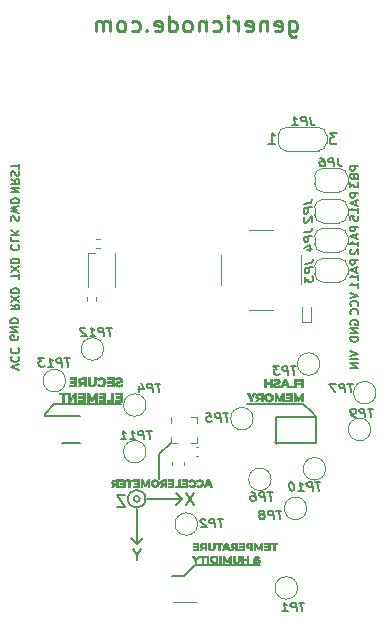
<source format=gbo>
G04 #@! TF.GenerationSoftware,KiCad,Pcbnew,(5.1.7)-1*
G04 #@! TF.CreationDate,2021-07-01T14:18:12+04:00*
G04 #@! TF.ProjectId,pcb-stm32wl,7063622d-7374-46d3-9332-776c2e6b6963,1.1*
G04 #@! TF.SameCoordinates,PX8f0d180PY6422c40*
G04 #@! TF.FileFunction,Legend,Bot*
G04 #@! TF.FilePolarity,Positive*
%FSLAX46Y46*%
G04 Gerber Fmt 4.6, Leading zero omitted, Abs format (unit mm)*
G04 Created by KiCad (PCBNEW (5.1.7)-1) date 2021-07-01 14:18:12*
%MOMM*%
%LPD*%
G01*
G04 APERTURE LIST*
%ADD10C,0.250000*%
%ADD11C,0.175000*%
%ADD12C,0.150000*%
%ADD13C,0.200000*%
%ADD14C,0.010000*%
%ADD15C,0.120000*%
G04 APERTURE END LIST*
D10*
X8904166Y21078572D02*
X8904166Y20026191D01*
X8970833Y19902381D01*
X9037500Y19840477D01*
X9170833Y19778572D01*
X9370833Y19778572D01*
X9504166Y19840477D01*
X8904166Y20273810D02*
X9037500Y20211905D01*
X9304166Y20211905D01*
X9437500Y20273810D01*
X9504166Y20335715D01*
X9570833Y20459524D01*
X9570833Y20830953D01*
X9504166Y20954762D01*
X9437500Y21016667D01*
X9304166Y21078572D01*
X9037500Y21078572D01*
X8904166Y21016667D01*
X7704166Y20273810D02*
X7837500Y20211905D01*
X8104166Y20211905D01*
X8237500Y20273810D01*
X8304166Y20397620D01*
X8304166Y20892858D01*
X8237500Y21016667D01*
X8104166Y21078572D01*
X7837500Y21078572D01*
X7704166Y21016667D01*
X7637500Y20892858D01*
X7637500Y20769048D01*
X8304166Y20645239D01*
X7037500Y21078572D02*
X7037500Y20211905D01*
X7037500Y20954762D02*
X6970833Y21016667D01*
X6837500Y21078572D01*
X6637500Y21078572D01*
X6504166Y21016667D01*
X6437500Y20892858D01*
X6437500Y20211905D01*
X5237500Y20273810D02*
X5370833Y20211905D01*
X5637500Y20211905D01*
X5770833Y20273810D01*
X5837500Y20397620D01*
X5837500Y20892858D01*
X5770833Y21016667D01*
X5637500Y21078572D01*
X5370833Y21078572D01*
X5237500Y21016667D01*
X5170833Y20892858D01*
X5170833Y20769048D01*
X5837500Y20645239D01*
X4570833Y20211905D02*
X4570833Y21078572D01*
X4570833Y20830953D02*
X4504166Y20954762D01*
X4437500Y21016667D01*
X4304166Y21078572D01*
X4170833Y21078572D01*
X3704166Y20211905D02*
X3704166Y21078572D01*
X3704166Y21511905D02*
X3770833Y21450000D01*
X3704166Y21388096D01*
X3637500Y21450000D01*
X3704166Y21511905D01*
X3704166Y21388096D01*
X2437500Y20273810D02*
X2570833Y20211905D01*
X2837500Y20211905D01*
X2970833Y20273810D01*
X3037500Y20335715D01*
X3104166Y20459524D01*
X3104166Y20830953D01*
X3037500Y20954762D01*
X2970833Y21016667D01*
X2837500Y21078572D01*
X2570833Y21078572D01*
X2437500Y21016667D01*
X1837500Y21078572D02*
X1837500Y20211905D01*
X1837500Y20954762D02*
X1770833Y21016667D01*
X1637500Y21078572D01*
X1437500Y21078572D01*
X1304166Y21016667D01*
X1237500Y20892858D01*
X1237500Y20211905D01*
X370833Y20211905D02*
X504166Y20273810D01*
X570833Y20335715D01*
X637500Y20459524D01*
X637500Y20830953D01*
X570833Y20954762D01*
X504166Y21016667D01*
X370833Y21078572D01*
X170833Y21078572D01*
X37500Y21016667D01*
X-29167Y20954762D01*
X-95834Y20830953D01*
X-95834Y20459524D01*
X-29167Y20335715D01*
X37500Y20273810D01*
X170833Y20211905D01*
X370833Y20211905D01*
X-1295834Y20211905D02*
X-1295834Y21511905D01*
X-1295834Y20273810D02*
X-1162500Y20211905D01*
X-895834Y20211905D01*
X-762500Y20273810D01*
X-695834Y20335715D01*
X-629167Y20459524D01*
X-629167Y20830953D01*
X-695834Y20954762D01*
X-762500Y21016667D01*
X-895834Y21078572D01*
X-1162500Y21078572D01*
X-1295834Y21016667D01*
X-2495834Y20273810D02*
X-2362500Y20211905D01*
X-2095834Y20211905D01*
X-1962500Y20273810D01*
X-1895834Y20397620D01*
X-1895834Y20892858D01*
X-1962500Y21016667D01*
X-2095834Y21078572D01*
X-2362500Y21078572D01*
X-2495834Y21016667D01*
X-2562500Y20892858D01*
X-2562500Y20769048D01*
X-1895834Y20645239D01*
X-3162500Y20335715D02*
X-3229167Y20273810D01*
X-3162500Y20211905D01*
X-3095834Y20273810D01*
X-3162500Y20335715D01*
X-3162500Y20211905D01*
X-4429167Y20273810D02*
X-4295834Y20211905D01*
X-4029167Y20211905D01*
X-3895834Y20273810D01*
X-3829167Y20335715D01*
X-3762500Y20459524D01*
X-3762500Y20830953D01*
X-3829167Y20954762D01*
X-3895834Y21016667D01*
X-4029167Y21078572D01*
X-4295834Y21078572D01*
X-4429167Y21016667D01*
X-5229167Y20211905D02*
X-5095834Y20273810D01*
X-5029167Y20335715D01*
X-4962500Y20459524D01*
X-4962500Y20830953D01*
X-5029167Y20954762D01*
X-5095834Y21016667D01*
X-5229167Y21078572D01*
X-5429167Y21078572D01*
X-5562500Y21016667D01*
X-5629167Y20954762D01*
X-5695834Y20830953D01*
X-5695834Y20459524D01*
X-5629167Y20335715D01*
X-5562500Y20273810D01*
X-5429167Y20211905D01*
X-5229167Y20211905D01*
X-6295834Y20211905D02*
X-6295834Y21078572D01*
X-6295834Y20954762D02*
X-6362500Y21016667D01*
X-6495834Y21078572D01*
X-6695834Y21078572D01*
X-6829167Y21016667D01*
X-6895834Y20892858D01*
X-6895834Y20211905D01*
X-6895834Y20892858D02*
X-6962500Y21016667D01*
X-7095834Y21078572D01*
X-7295834Y21078572D01*
X-7429167Y21016667D01*
X-7495834Y20892858D01*
X-7495834Y20211905D01*
D11*
X-14666667Y6580417D02*
X-13966667Y6580417D01*
X-14666667Y6980417D01*
X-13966667Y6980417D01*
X-14666667Y7713750D02*
X-14333334Y7480417D01*
X-14666667Y7313750D02*
X-13966667Y7313750D01*
X-13966667Y7580417D01*
X-14000000Y7647084D01*
X-14033334Y7680417D01*
X-14100000Y7713750D01*
X-14200000Y7713750D01*
X-14266667Y7680417D01*
X-14300000Y7647084D01*
X-14333334Y7580417D01*
X-14333334Y7313750D01*
X-14633334Y7980417D02*
X-14666667Y8080417D01*
X-14666667Y8247084D01*
X-14633334Y8313750D01*
X-14600000Y8347084D01*
X-14533334Y8380417D01*
X-14466667Y8380417D01*
X-14400000Y8347084D01*
X-14366667Y8313750D01*
X-14333334Y8247084D01*
X-14300000Y8113750D01*
X-14266667Y8047084D01*
X-14233334Y8013750D01*
X-14166667Y7980417D01*
X-14100000Y7980417D01*
X-14033334Y8013750D01*
X-14000000Y8047084D01*
X-13966667Y8113750D01*
X-13966667Y8280417D01*
X-14000000Y8380417D01*
X-13966667Y8580417D02*
X-13966667Y8980417D01*
X-14666667Y8780417D02*
X-13966667Y8780417D01*
X-14633334Y4197084D02*
X-14666667Y4297084D01*
X-14666667Y4463750D01*
X-14633334Y4530417D01*
X-14600000Y4563750D01*
X-14533334Y4597084D01*
X-14466667Y4597084D01*
X-14400000Y4563750D01*
X-14366667Y4530417D01*
X-14333334Y4463750D01*
X-14300000Y4330417D01*
X-14266667Y4263750D01*
X-14233334Y4230417D01*
X-14166667Y4197084D01*
X-14100000Y4197084D01*
X-14033334Y4230417D01*
X-14000000Y4263750D01*
X-13966667Y4330417D01*
X-13966667Y4497084D01*
X-14000000Y4597084D01*
X-13966667Y4830417D02*
X-14666667Y4997084D01*
X-14166667Y5130417D01*
X-14666667Y5263750D01*
X-13966667Y5430417D01*
X-14666667Y5697084D02*
X-13966667Y5697084D01*
X-13966667Y5863750D01*
X-14000000Y5963750D01*
X-14066667Y6030417D01*
X-14133334Y6063750D01*
X-14266667Y6097084D01*
X-14366667Y6097084D01*
X-14500000Y6063750D01*
X-14566667Y6030417D01*
X-14633334Y5963750D01*
X-14666667Y5863750D01*
X-14666667Y5697084D01*
X-14600000Y2130417D02*
X-14633334Y2097084D01*
X-14666667Y1997084D01*
X-14666667Y1930417D01*
X-14633334Y1830417D01*
X-14566667Y1763750D01*
X-14500000Y1730417D01*
X-14366667Y1697084D01*
X-14266667Y1697084D01*
X-14133334Y1730417D01*
X-14066667Y1763750D01*
X-14000000Y1830417D01*
X-13966667Y1930417D01*
X-13966667Y1997084D01*
X-14000000Y2097084D01*
X-14033334Y2130417D01*
X-14666667Y2763750D02*
X-14666667Y2430417D01*
X-13966667Y2430417D01*
X-14666667Y2997084D02*
X-13966667Y2997084D01*
X-14666667Y3397084D02*
X-14266667Y3097084D01*
X-13966667Y3397084D02*
X-14366667Y2997084D01*
X-13966667Y-719583D02*
X-13966667Y-319583D01*
X-14666667Y-519583D02*
X-13966667Y-519583D01*
X-13966667Y-152916D02*
X-14666667Y313750D01*
X-13966667Y313750D02*
X-14666667Y-152916D01*
X-14666667Y580417D02*
X-13966667Y580417D01*
X-13966667Y747084D01*
X-14000000Y847084D01*
X-14066667Y913750D01*
X-14133334Y947084D01*
X-14266667Y980417D01*
X-14366667Y980417D01*
X-14500000Y947084D01*
X-14566667Y913750D01*
X-14633334Y847084D01*
X-14666667Y747084D01*
X-14666667Y580417D01*
X-14666667Y-2919583D02*
X-14333334Y-3152916D01*
X-14666667Y-3319583D02*
X-13966667Y-3319583D01*
X-13966667Y-3052916D01*
X-14000000Y-2986250D01*
X-14033334Y-2952916D01*
X-14100000Y-2919583D01*
X-14200000Y-2919583D01*
X-14266667Y-2952916D01*
X-14300000Y-2986250D01*
X-14333334Y-3052916D01*
X-14333334Y-3319583D01*
X-13966667Y-2686250D02*
X-14666667Y-2219583D01*
X-13966667Y-2219583D02*
X-14666667Y-2686250D01*
X-14666667Y-1952916D02*
X-13966667Y-1952916D01*
X-13966667Y-1786250D01*
X-14000000Y-1686250D01*
X-14066667Y-1619583D01*
X-14133334Y-1586250D01*
X-14266667Y-1552916D01*
X-14366667Y-1552916D01*
X-14500000Y-1586250D01*
X-14566667Y-1619583D01*
X-14633334Y-1686250D01*
X-14666667Y-1786250D01*
X-14666667Y-1952916D01*
X-13966667Y-8419583D02*
X-14666667Y-8186250D01*
X-13966667Y-7952916D01*
X-14600000Y-7319583D02*
X-14633334Y-7352916D01*
X-14666667Y-7452916D01*
X-14666667Y-7519583D01*
X-14633334Y-7619583D01*
X-14566667Y-7686250D01*
X-14500000Y-7719583D01*
X-14366667Y-7752916D01*
X-14266667Y-7752916D01*
X-14133334Y-7719583D01*
X-14066667Y-7686250D01*
X-14000000Y-7619583D01*
X-13966667Y-7519583D01*
X-13966667Y-7452916D01*
X-14000000Y-7352916D01*
X-14033334Y-7319583D01*
X-14600000Y-6619583D02*
X-14633334Y-6652916D01*
X-14666667Y-6752916D01*
X-14666667Y-6819583D01*
X-14633334Y-6919583D01*
X-14566667Y-6986250D01*
X-14500000Y-7019583D01*
X-14366667Y-7052916D01*
X-14266667Y-7052916D01*
X-14133334Y-7019583D01*
X-14066667Y-6986250D01*
X-14000000Y-6919583D01*
X-13966667Y-6819583D01*
X-13966667Y-6752916D01*
X-14000000Y-6652916D01*
X-14033334Y-6619583D01*
X-14050000Y-5552916D02*
X-14016667Y-5619583D01*
X-14016667Y-5719583D01*
X-14050000Y-5819583D01*
X-14116667Y-5886250D01*
X-14183334Y-5919583D01*
X-14316667Y-5952916D01*
X-14416667Y-5952916D01*
X-14550000Y-5919583D01*
X-14616667Y-5886250D01*
X-14683334Y-5819583D01*
X-14716667Y-5719583D01*
X-14716667Y-5652916D01*
X-14683334Y-5552916D01*
X-14650000Y-5519583D01*
X-14416667Y-5519583D01*
X-14416667Y-5652916D01*
X-14716667Y-5219583D02*
X-14016667Y-5219583D01*
X-14716667Y-4819583D01*
X-14016667Y-4819583D01*
X-14716667Y-4486250D02*
X-14016667Y-4486250D01*
X-14016667Y-4319583D01*
X-14050000Y-4219583D01*
X-14116667Y-4152916D01*
X-14183334Y-4119583D01*
X-14316667Y-4086250D01*
X-14416667Y-4086250D01*
X-14550000Y-4119583D01*
X-14616667Y-4152916D01*
X-14683334Y-4219583D01*
X-14716667Y-4319583D01*
X-14716667Y-4486250D01*
X14766666Y6535279D02*
X14066666Y6535279D01*
X14066666Y6268612D01*
X14100000Y6201946D01*
X14133333Y6168612D01*
X14200000Y6135279D01*
X14300000Y6135279D01*
X14366666Y6168612D01*
X14400000Y6201946D01*
X14433333Y6268612D01*
X14433333Y6535279D01*
X14566666Y5868612D02*
X14566666Y5535279D01*
X14766666Y5935279D02*
X14066666Y5701946D01*
X14766666Y5468612D01*
X14766666Y4868612D02*
X14766666Y5268612D01*
X14766666Y5068612D02*
X14066666Y5068612D01*
X14166666Y5135279D01*
X14233333Y5201946D01*
X14266666Y5268612D01*
X14066666Y4235279D02*
X14066666Y4568612D01*
X14400000Y4601946D01*
X14366666Y4568612D01*
X14333333Y4501946D01*
X14333333Y4335279D01*
X14366666Y4268612D01*
X14400000Y4235279D01*
X14466666Y4201946D01*
X14633333Y4201946D01*
X14700000Y4235279D01*
X14733333Y4268612D01*
X14766666Y4335279D01*
X14766666Y4501946D01*
X14733333Y4568612D01*
X14700000Y4601946D01*
X14766666Y8813750D02*
X14066666Y8813750D01*
X14066666Y8547084D01*
X14100000Y8480417D01*
X14133333Y8447084D01*
X14200000Y8413750D01*
X14300000Y8413750D01*
X14366666Y8447084D01*
X14400000Y8480417D01*
X14433333Y8547084D01*
X14433333Y8813750D01*
X14400000Y7880417D02*
X14433333Y7780417D01*
X14466666Y7747084D01*
X14533333Y7713750D01*
X14633333Y7713750D01*
X14700000Y7747084D01*
X14733333Y7780417D01*
X14766666Y7847084D01*
X14766666Y8113750D01*
X14066666Y8113750D01*
X14066666Y7880417D01*
X14100000Y7813750D01*
X14133333Y7780417D01*
X14200000Y7747084D01*
X14266666Y7747084D01*
X14333333Y7780417D01*
X14366666Y7813750D01*
X14400000Y7880417D01*
X14400000Y8113750D01*
X14066666Y7480417D02*
X14066666Y7047084D01*
X14333333Y7280417D01*
X14333333Y7180417D01*
X14366666Y7113750D01*
X14400000Y7080417D01*
X14466666Y7047084D01*
X14633333Y7047084D01*
X14700000Y7080417D01*
X14733333Y7113750D01*
X14766666Y7180417D01*
X14766666Y7380417D01*
X14733333Y7447084D01*
X14700000Y7480417D01*
X14766666Y3690141D02*
X14066666Y3690141D01*
X14066666Y3423474D01*
X14100000Y3356808D01*
X14133333Y3323474D01*
X14200000Y3290141D01*
X14300000Y3290141D01*
X14366666Y3323474D01*
X14400000Y3356808D01*
X14433333Y3423474D01*
X14433333Y3690141D01*
X14566666Y3023474D02*
X14566666Y2690141D01*
X14766666Y3090141D02*
X14066666Y2856808D01*
X14766666Y2623474D01*
X14766666Y2023474D02*
X14766666Y2423474D01*
X14766666Y2223474D02*
X14066666Y2223474D01*
X14166666Y2290141D01*
X14233333Y2356808D01*
X14266666Y2423474D01*
X14133333Y1756808D02*
X14100000Y1723474D01*
X14066666Y1656808D01*
X14066666Y1490141D01*
X14100000Y1423474D01*
X14133333Y1390141D01*
X14200000Y1356808D01*
X14266666Y1356808D01*
X14366666Y1390141D01*
X14766666Y1790141D01*
X14766666Y1356808D01*
X14766666Y845003D02*
X14066666Y845003D01*
X14066666Y578336D01*
X14100000Y511670D01*
X14133333Y478336D01*
X14200000Y445003D01*
X14300000Y445003D01*
X14366666Y478336D01*
X14400000Y511670D01*
X14433333Y578336D01*
X14433333Y845003D01*
X14566666Y178336D02*
X14566666Y-154997D01*
X14766666Y245003D02*
X14066666Y11670D01*
X14766666Y-221664D01*
X14766666Y-821664D02*
X14766666Y-421664D01*
X14766666Y-621664D02*
X14066666Y-621664D01*
X14166666Y-554997D01*
X14233333Y-488330D01*
X14266666Y-421664D01*
X14766666Y-1488330D02*
X14766666Y-1088330D01*
X14766666Y-1288330D02*
X14066666Y-1288330D01*
X14166666Y-1221664D01*
X14233333Y-1154997D01*
X14266666Y-1088330D01*
X14066666Y-1926385D02*
X14766666Y-2159719D01*
X14066666Y-2393052D01*
X14700000Y-3026385D02*
X14733333Y-2993052D01*
X14766666Y-2893052D01*
X14766666Y-2826385D01*
X14733333Y-2726385D01*
X14666666Y-2659719D01*
X14600000Y-2626385D01*
X14466666Y-2593052D01*
X14366666Y-2593052D01*
X14233333Y-2626385D01*
X14166666Y-2659719D01*
X14100000Y-2726385D01*
X14066666Y-2826385D01*
X14066666Y-2893052D01*
X14100000Y-2993052D01*
X14133333Y-3026385D01*
X14700000Y-3726385D02*
X14733333Y-3693052D01*
X14766666Y-3593052D01*
X14766666Y-3526385D01*
X14733333Y-3426385D01*
X14666666Y-3359719D01*
X14600000Y-3326385D01*
X14466666Y-3293052D01*
X14366666Y-3293052D01*
X14233333Y-3326385D01*
X14166666Y-3359719D01*
X14100000Y-3426385D01*
X14066666Y-3526385D01*
X14066666Y-3593052D01*
X14100000Y-3693052D01*
X14133333Y-3726385D01*
X14100000Y-4604857D02*
X14066666Y-4538191D01*
X14066666Y-4438191D01*
X14100000Y-4338191D01*
X14166666Y-4271524D01*
X14233333Y-4238191D01*
X14366666Y-4204857D01*
X14466666Y-4204857D01*
X14600000Y-4238191D01*
X14666666Y-4271524D01*
X14733333Y-4338191D01*
X14766666Y-4438191D01*
X14766666Y-4504857D01*
X14733333Y-4604857D01*
X14700000Y-4638191D01*
X14466666Y-4638191D01*
X14466666Y-4504857D01*
X14766666Y-4938191D02*
X14066666Y-4938191D01*
X14766666Y-5338191D01*
X14066666Y-5338191D01*
X14766666Y-5671524D02*
X14066666Y-5671524D01*
X14066666Y-5838191D01*
X14100000Y-5938191D01*
X14166666Y-6004857D01*
X14233333Y-6038191D01*
X14366666Y-6071524D01*
X14466666Y-6071524D01*
X14600000Y-6038191D01*
X14666666Y-6004857D01*
X14733333Y-5938191D01*
X14766666Y-5838191D01*
X14766666Y-5671524D01*
X14066666Y-6833333D02*
X14766666Y-7066666D01*
X14066666Y-7300000D01*
X14766666Y-7533333D02*
X14066666Y-7533333D01*
X14766666Y-7866666D02*
X14066666Y-7866666D01*
X14766666Y-8266666D01*
X14066666Y-8266666D01*
D12*
X900000Y-25000000D02*
X6450000Y-25000000D01*
X0Y-25900000D02*
X-1000000Y-25900000D01*
X0Y-25900000D02*
X900000Y-25000000D01*
X-2100000Y-15600000D02*
X-2100000Y-17650000D01*
X-1100000Y-14600000D02*
X-2100000Y-15600000D01*
X-11000000Y-11350000D02*
X-5300000Y-11350000D01*
X10100000Y-11300000D02*
X5350000Y-11300000D01*
X10800000Y-12000000D02*
X10100000Y-11300000D01*
X-11800000Y-12150000D02*
X-11000000Y-11350000D01*
X-11800000Y-12350000D02*
X-11800000Y-12150000D01*
X10800000Y-12000000D02*
X11200000Y-12400000D01*
D13*
X-4013000Y-24099190D02*
X-4013000Y-24575380D01*
X-3679667Y-23575380D02*
X-4013000Y-24099190D01*
X-4346334Y-23575380D01*
X201666Y-19887619D02*
X868333Y-18887619D01*
X868333Y-19887619D02*
X201666Y-18887619D01*
D12*
X-4001975Y-23221554D02*
X-3501974Y-22721553D01*
X-4001975Y-23221554D02*
X-4501975Y-22721553D01*
X-157000Y-19368000D02*
X-657000Y-19868000D01*
X-157000Y-19368000D02*
X-656999Y-18868000D01*
X-4001975Y-20221553D02*
X-4001975Y-23221554D01*
X-3157000Y-19368000D02*
X-157000Y-19368000D01*
D13*
X-5016667Y-19052380D02*
X-5683334Y-19052380D01*
X-5016667Y-20052380D01*
X-5683334Y-20052380D01*
D12*
X-3257000Y-19368000D02*
G75*
G03*
X-3257000Y-19368000I-750000J0D01*
G01*
X-3757000Y-19368000D02*
G75*
G03*
X-3757000Y-19368000I-250000J0D01*
G01*
D14*
G36*
X-9692533Y-9219954D02*
G01*
X-9298833Y-9224500D01*
X-9293987Y-9389600D01*
X-9641733Y-9389600D01*
X-9641733Y-9525067D01*
X-9294600Y-9525067D01*
X-9294600Y-9702867D01*
X-9709467Y-9702867D01*
X-9709467Y-9838333D01*
X-9125267Y-9838333D01*
X-9125267Y-9084800D01*
X-9692533Y-9084800D01*
X-9692533Y-9219954D01*
G37*
X-9692533Y-9219954D02*
X-9298833Y-9224500D01*
X-9293987Y-9389600D01*
X-9641733Y-9389600D01*
X-9641733Y-9525067D01*
X-9294600Y-9525067D01*
X-9294600Y-9702867D01*
X-9709467Y-9702867D01*
X-9709467Y-9838333D01*
X-9125267Y-9838333D01*
X-9125267Y-9084800D01*
X-9692533Y-9084800D01*
X-9692533Y-9219954D01*
G36*
X-8513550Y-9084947D02*
G01*
X-8598890Y-9085811D01*
X-8669536Y-9088584D01*
X-8727669Y-9093759D01*
X-8775468Y-9101831D01*
X-8815116Y-9113292D01*
X-8848790Y-9128636D01*
X-8878674Y-9148359D01*
X-8906945Y-9172952D01*
X-8908401Y-9174362D01*
X-8945696Y-9221885D01*
X-8969404Y-9278906D01*
X-8979404Y-9339298D01*
X-8976830Y-9406395D01*
X-8959717Y-9467213D01*
X-8928920Y-9519976D01*
X-8885297Y-9562907D01*
X-8864771Y-9576736D01*
X-8844905Y-9588754D01*
X-8832253Y-9596543D01*
X-8830383Y-9597759D01*
X-8833988Y-9605012D01*
X-8845754Y-9623720D01*
X-8864106Y-9651483D01*
X-8887468Y-9685902D01*
X-8903043Y-9708472D01*
X-8929429Y-9746594D01*
X-8952606Y-9780276D01*
X-8970748Y-9806852D01*
X-8982031Y-9823656D01*
X-8984643Y-9827750D01*
X-8983701Y-9832580D01*
X-8972782Y-9835753D01*
X-8949771Y-9837526D01*
X-8912553Y-9838156D01*
X-8899283Y-9838163D01*
X-8807766Y-9837993D01*
X-8735770Y-9734446D01*
X-8663774Y-9630900D01*
X-8502966Y-9630900D01*
X-8500589Y-9734617D01*
X-8498212Y-9838333D01*
X-8329400Y-9838333D01*
X-8329400Y-9228733D01*
X-8498733Y-9228733D01*
X-8498733Y-9491200D01*
X-8598216Y-9491014D01*
X-8645650Y-9490331D01*
X-8680217Y-9488163D01*
X-8705956Y-9484017D01*
X-8726905Y-9477404D01*
X-8733508Y-9474573D01*
X-8769461Y-9450995D01*
X-8792213Y-9418179D01*
X-8802611Y-9374669D01*
X-8803502Y-9354266D01*
X-8801947Y-9323015D01*
X-8795747Y-9301196D01*
X-8782677Y-9281481D01*
X-8780645Y-9279032D01*
X-8761388Y-9259332D01*
X-8739946Y-9245386D01*
X-8713062Y-9236282D01*
X-8677476Y-9231110D01*
X-8629928Y-9228960D01*
X-8600605Y-9228733D01*
X-8498733Y-9228733D01*
X-8329400Y-9228733D01*
X-8329400Y-9084800D01*
X-8513550Y-9084947D01*
G37*
X-8513550Y-9084947D02*
X-8598890Y-9085811D01*
X-8669536Y-9088584D01*
X-8727669Y-9093759D01*
X-8775468Y-9101831D01*
X-8815116Y-9113292D01*
X-8848790Y-9128636D01*
X-8878674Y-9148359D01*
X-8906945Y-9172952D01*
X-8908401Y-9174362D01*
X-8945696Y-9221885D01*
X-8969404Y-9278906D01*
X-8979404Y-9339298D01*
X-8976830Y-9406395D01*
X-8959717Y-9467213D01*
X-8928920Y-9519976D01*
X-8885297Y-9562907D01*
X-8864771Y-9576736D01*
X-8844905Y-9588754D01*
X-8832253Y-9596543D01*
X-8830383Y-9597759D01*
X-8833988Y-9605012D01*
X-8845754Y-9623720D01*
X-8864106Y-9651483D01*
X-8887468Y-9685902D01*
X-8903043Y-9708472D01*
X-8929429Y-9746594D01*
X-8952606Y-9780276D01*
X-8970748Y-9806852D01*
X-8982031Y-9823656D01*
X-8984643Y-9827750D01*
X-8983701Y-9832580D01*
X-8972782Y-9835753D01*
X-8949771Y-9837526D01*
X-8912553Y-9838156D01*
X-8899283Y-9838163D01*
X-8807766Y-9837993D01*
X-8735770Y-9734446D01*
X-8663774Y-9630900D01*
X-8502966Y-9630900D01*
X-8500589Y-9734617D01*
X-8498212Y-9838333D01*
X-8329400Y-9838333D01*
X-8329400Y-9228733D01*
X-8498733Y-9228733D01*
X-8498733Y-9491200D01*
X-8598216Y-9491014D01*
X-8645650Y-9490331D01*
X-8680217Y-9488163D01*
X-8705956Y-9484017D01*
X-8726905Y-9477404D01*
X-8733508Y-9474573D01*
X-8769461Y-9450995D01*
X-8792213Y-9418179D01*
X-8802611Y-9374669D01*
X-8803502Y-9354266D01*
X-8801947Y-9323015D01*
X-8795747Y-9301196D01*
X-8782677Y-9281481D01*
X-8780645Y-9279032D01*
X-8761388Y-9259332D01*
X-8739946Y-9245386D01*
X-8713062Y-9236282D01*
X-8677476Y-9231110D01*
X-8629928Y-9228960D01*
X-8600605Y-9228733D01*
X-8498733Y-9228733D01*
X-8329400Y-9228733D01*
X-8329400Y-9084800D01*
X-8513550Y-9084947D01*
G36*
X-6534466Y-9219954D02*
G01*
X-6337617Y-9222227D01*
X-6140767Y-9224500D01*
X-6138343Y-9307050D01*
X-6135920Y-9389600D01*
X-6492133Y-9389600D01*
X-6492133Y-9525067D01*
X-6136533Y-9525067D01*
X-6136533Y-9702867D01*
X-6551400Y-9702867D01*
X-6551400Y-9838333D01*
X-5967200Y-9838333D01*
X-5967200Y-9084800D01*
X-6534466Y-9084800D01*
X-6534466Y-9219954D01*
G37*
X-6534466Y-9219954D02*
X-6337617Y-9222227D01*
X-6140767Y-9224500D01*
X-6138343Y-9307050D01*
X-6135920Y-9389600D01*
X-6492133Y-9389600D01*
X-6492133Y-9525067D01*
X-6136533Y-9525067D01*
X-6136533Y-9702867D01*
X-6551400Y-9702867D01*
X-6551400Y-9838333D01*
X-5967200Y-9838333D01*
X-5967200Y-9084800D01*
X-6534466Y-9084800D01*
X-6534466Y-9219954D01*
G36*
X-7645253Y-9336683D02*
G01*
X-7646042Y-9408865D01*
X-7646866Y-9466170D01*
X-7647879Y-9510655D01*
X-7649235Y-9544377D01*
X-7651086Y-9569393D01*
X-7653587Y-9587758D01*
X-7656891Y-9601530D01*
X-7661151Y-9612764D01*
X-7666521Y-9623518D01*
X-7666691Y-9623837D01*
X-7688443Y-9657447D01*
X-7713525Y-9679754D01*
X-7745681Y-9692671D01*
X-7788654Y-9698113D01*
X-7812933Y-9698633D01*
X-7862101Y-9695972D01*
X-7898739Y-9686711D01*
X-7926592Y-9668936D01*
X-7949402Y-9640733D01*
X-7959175Y-9623837D01*
X-7964579Y-9613066D01*
X-7968868Y-9601874D01*
X-7972197Y-9588203D01*
X-7974719Y-9569996D01*
X-7976586Y-9545198D01*
X-7977954Y-9511752D01*
X-7978975Y-9467600D01*
X-7979802Y-9410687D01*
X-7980590Y-9338957D01*
X-7980614Y-9336683D01*
X-7983194Y-9084800D01*
X-8152689Y-9084800D01*
X-8149863Y-9349383D01*
X-8149013Y-9423800D01*
X-8148128Y-9483366D01*
X-8147063Y-9530167D01*
X-8145673Y-9566285D01*
X-8143811Y-9593804D01*
X-8141333Y-9614807D01*
X-8138093Y-9631377D01*
X-8133945Y-9645599D01*
X-8128744Y-9659554D01*
X-8128084Y-9661205D01*
X-8094474Y-9723663D01*
X-8048618Y-9774496D01*
X-7990975Y-9813274D01*
X-7945056Y-9832614D01*
X-7911173Y-9840874D01*
X-7867374Y-9847260D01*
X-7820523Y-9851168D01*
X-7777482Y-9851991D01*
X-7749433Y-9849877D01*
X-7673818Y-9831303D01*
X-7609603Y-9800640D01*
X-7557215Y-9758230D01*
X-7517084Y-9704412D01*
X-7491265Y-9644825D01*
X-7486349Y-9627987D01*
X-7482475Y-9610682D01*
X-7479523Y-9590702D01*
X-7477368Y-9565838D01*
X-7475888Y-9533883D01*
X-7474963Y-9492627D01*
X-7474468Y-9439862D01*
X-7474282Y-9373380D01*
X-7474267Y-9337908D01*
X-7474267Y-9084800D01*
X-7642672Y-9084800D01*
X-7645253Y-9336683D01*
G37*
X-7645253Y-9336683D02*
X-7646042Y-9408865D01*
X-7646866Y-9466170D01*
X-7647879Y-9510655D01*
X-7649235Y-9544377D01*
X-7651086Y-9569393D01*
X-7653587Y-9587758D01*
X-7656891Y-9601530D01*
X-7661151Y-9612764D01*
X-7666521Y-9623518D01*
X-7666691Y-9623837D01*
X-7688443Y-9657447D01*
X-7713525Y-9679754D01*
X-7745681Y-9692671D01*
X-7788654Y-9698113D01*
X-7812933Y-9698633D01*
X-7862101Y-9695972D01*
X-7898739Y-9686711D01*
X-7926592Y-9668936D01*
X-7949402Y-9640733D01*
X-7959175Y-9623837D01*
X-7964579Y-9613066D01*
X-7968868Y-9601874D01*
X-7972197Y-9588203D01*
X-7974719Y-9569996D01*
X-7976586Y-9545198D01*
X-7977954Y-9511752D01*
X-7978975Y-9467600D01*
X-7979802Y-9410687D01*
X-7980590Y-9338957D01*
X-7980614Y-9336683D01*
X-7983194Y-9084800D01*
X-8152689Y-9084800D01*
X-8149863Y-9349383D01*
X-8149013Y-9423800D01*
X-8148128Y-9483366D01*
X-8147063Y-9530167D01*
X-8145673Y-9566285D01*
X-8143811Y-9593804D01*
X-8141333Y-9614807D01*
X-8138093Y-9631377D01*
X-8133945Y-9645599D01*
X-8128744Y-9659554D01*
X-8128084Y-9661205D01*
X-8094474Y-9723663D01*
X-8048618Y-9774496D01*
X-7990975Y-9813274D01*
X-7945056Y-9832614D01*
X-7911173Y-9840874D01*
X-7867374Y-9847260D01*
X-7820523Y-9851168D01*
X-7777482Y-9851991D01*
X-7749433Y-9849877D01*
X-7673818Y-9831303D01*
X-7609603Y-9800640D01*
X-7557215Y-9758230D01*
X-7517084Y-9704412D01*
X-7491265Y-9644825D01*
X-7486349Y-9627987D01*
X-7482475Y-9610682D01*
X-7479523Y-9590702D01*
X-7477368Y-9565838D01*
X-7475888Y-9533883D01*
X-7474963Y-9492627D01*
X-7474468Y-9439862D01*
X-7474282Y-9373380D01*
X-7474267Y-9337908D01*
X-7474267Y-9084800D01*
X-7642672Y-9084800D01*
X-7645253Y-9336683D01*
G36*
X-7138012Y-9082689D02*
G01*
X-7211865Y-9101127D01*
X-7276182Y-9131160D01*
X-7329055Y-9172097D01*
X-7334253Y-9177407D01*
X-7359340Y-9203791D01*
X-7306965Y-9256165D01*
X-7254591Y-9308540D01*
X-7231079Y-9286328D01*
X-7190983Y-9254959D01*
X-7147728Y-9235415D01*
X-7096721Y-9226044D01*
X-7059400Y-9224619D01*
X-7020570Y-9225501D01*
X-6992478Y-9228810D01*
X-6968971Y-9235764D01*
X-6944086Y-9247486D01*
X-6892372Y-9283154D01*
X-6854508Y-9328533D01*
X-6830594Y-9383448D01*
X-6820730Y-9447728D01*
X-6820452Y-9461567D01*
X-6827702Y-9528141D01*
X-6848685Y-9585691D01*
X-6882246Y-9633052D01*
X-6927234Y-9669062D01*
X-6982493Y-9692557D01*
X-7046872Y-9702373D01*
X-7059400Y-9702598D01*
X-7115403Y-9698384D01*
X-7161759Y-9684632D01*
X-7203969Y-9659365D01*
X-7222785Y-9643970D01*
X-7253830Y-9616712D01*
X-7304782Y-9665311D01*
X-7328210Y-9688512D01*
X-7345954Y-9707712D01*
X-7355099Y-9719695D01*
X-7355733Y-9721493D01*
X-7349260Y-9733155D01*
X-7332277Y-9750749D01*
X-7308444Y-9770930D01*
X-7281417Y-9790351D01*
X-7278083Y-9792504D01*
X-7225094Y-9818598D01*
X-7161441Y-9837763D01*
X-7092278Y-9849109D01*
X-7022760Y-9851746D01*
X-6966267Y-9846310D01*
X-6912518Y-9831411D01*
X-6855366Y-9806148D01*
X-6801290Y-9773905D01*
X-6756774Y-9738066D01*
X-6754358Y-9735684D01*
X-6706430Y-9676224D01*
X-6671919Y-9608632D01*
X-6651127Y-9535494D01*
X-6644360Y-9459396D01*
X-6651923Y-9382923D01*
X-6674120Y-9308660D01*
X-6698281Y-9259797D01*
X-6726087Y-9222003D01*
X-6764309Y-9182853D01*
X-6807590Y-9147155D01*
X-6850574Y-9119713D01*
X-6859283Y-9115344D01*
X-6903508Y-9096922D01*
X-6946657Y-9085077D01*
X-6994531Y-9078668D01*
X-7052935Y-9076554D01*
X-7056529Y-9076540D01*
X-7138012Y-9082689D01*
G37*
X-7138012Y-9082689D02*
X-7211865Y-9101127D01*
X-7276182Y-9131160D01*
X-7329055Y-9172097D01*
X-7334253Y-9177407D01*
X-7359340Y-9203791D01*
X-7306965Y-9256165D01*
X-7254591Y-9308540D01*
X-7231079Y-9286328D01*
X-7190983Y-9254959D01*
X-7147728Y-9235415D01*
X-7096721Y-9226044D01*
X-7059400Y-9224619D01*
X-7020570Y-9225501D01*
X-6992478Y-9228810D01*
X-6968971Y-9235764D01*
X-6944086Y-9247486D01*
X-6892372Y-9283154D01*
X-6854508Y-9328533D01*
X-6830594Y-9383448D01*
X-6820730Y-9447728D01*
X-6820452Y-9461567D01*
X-6827702Y-9528141D01*
X-6848685Y-9585691D01*
X-6882246Y-9633052D01*
X-6927234Y-9669062D01*
X-6982493Y-9692557D01*
X-7046872Y-9702373D01*
X-7059400Y-9702598D01*
X-7115403Y-9698384D01*
X-7161759Y-9684632D01*
X-7203969Y-9659365D01*
X-7222785Y-9643970D01*
X-7253830Y-9616712D01*
X-7304782Y-9665311D01*
X-7328210Y-9688512D01*
X-7345954Y-9707712D01*
X-7355099Y-9719695D01*
X-7355733Y-9721493D01*
X-7349260Y-9733155D01*
X-7332277Y-9750749D01*
X-7308444Y-9770930D01*
X-7281417Y-9790351D01*
X-7278083Y-9792504D01*
X-7225094Y-9818598D01*
X-7161441Y-9837763D01*
X-7092278Y-9849109D01*
X-7022760Y-9851746D01*
X-6966267Y-9846310D01*
X-6912518Y-9831411D01*
X-6855366Y-9806148D01*
X-6801290Y-9773905D01*
X-6756774Y-9738066D01*
X-6754358Y-9735684D01*
X-6706430Y-9676224D01*
X-6671919Y-9608632D01*
X-6651127Y-9535494D01*
X-6644360Y-9459396D01*
X-6651923Y-9382923D01*
X-6674120Y-9308660D01*
X-6698281Y-9259797D01*
X-6726087Y-9222003D01*
X-6764309Y-9182853D01*
X-6807590Y-9147155D01*
X-6850574Y-9119713D01*
X-6859283Y-9115344D01*
X-6903508Y-9096922D01*
X-6946657Y-9085077D01*
X-6994531Y-9078668D01*
X-7052935Y-9076554D01*
X-7056529Y-9076540D01*
X-7138012Y-9082689D01*
G36*
X-5600153Y-9077981D02*
G01*
X-5668556Y-9085773D01*
X-5730043Y-9101937D01*
X-5765051Y-9115783D01*
X-5812669Y-9136956D01*
X-5760079Y-9269410D01*
X-5728431Y-9253265D01*
X-5679238Y-9233595D01*
X-5622288Y-9219197D01*
X-5566456Y-9212164D01*
X-5552615Y-9211800D01*
X-5496452Y-9216207D01*
X-5453635Y-9229226D01*
X-5424685Y-9250548D01*
X-5410125Y-9279867D01*
X-5408400Y-9296630D01*
X-5410183Y-9316011D01*
X-5416820Y-9332086D01*
X-5430237Y-9345938D01*
X-5452366Y-9358651D01*
X-5485133Y-9371308D01*
X-5530468Y-9384991D01*
X-5590300Y-9400784D01*
X-5596838Y-9402441D01*
X-5657906Y-9419154D01*
X-5705337Y-9435381D01*
X-5742318Y-9452538D01*
X-5772039Y-9472045D01*
X-5791384Y-9488974D01*
X-5820458Y-9525157D01*
X-5836972Y-9566621D01*
X-5842590Y-9617696D01*
X-5842619Y-9622270D01*
X-5834902Y-9678684D01*
X-5812625Y-9728481D01*
X-5777104Y-9770943D01*
X-5729651Y-9805353D01*
X-5671580Y-9830993D01*
X-5604204Y-9847146D01*
X-5528838Y-9853094D01*
X-5446794Y-9848120D01*
X-5432695Y-9846198D01*
X-5394321Y-9838670D01*
X-5353243Y-9827502D01*
X-5312748Y-9813982D01*
X-5276121Y-9799401D01*
X-5246647Y-9785048D01*
X-5227614Y-9772212D01*
X-5222098Y-9763559D01*
X-5225328Y-9753651D01*
X-5233913Y-9732520D01*
X-5246146Y-9704332D01*
X-5249031Y-9697878D01*
X-5275999Y-9637856D01*
X-5310449Y-9657726D01*
X-5380210Y-9688704D01*
X-5458342Y-9706773D01*
X-5524429Y-9711333D01*
X-5581777Y-9708100D01*
X-5624167Y-9698100D01*
X-5652350Y-9680880D01*
X-5667079Y-9655991D01*
X-5669257Y-9624429D01*
X-5661560Y-9601517D01*
X-5642269Y-9581871D01*
X-5609794Y-9564467D01*
X-5562542Y-9548284D01*
X-5541957Y-9542651D01*
X-5476781Y-9525369D01*
X-5425657Y-9510909D01*
X-5386137Y-9498294D01*
X-5355773Y-9486546D01*
X-5332116Y-9474685D01*
X-5312717Y-9461734D01*
X-5295128Y-9446714D01*
X-5290292Y-9442099D01*
X-5265932Y-9416256D01*
X-5251253Y-9393424D01*
X-5242229Y-9366675D01*
X-5239624Y-9354924D01*
X-5234694Y-9293578D01*
X-5245636Y-9237523D01*
X-5271987Y-9187594D01*
X-5313284Y-9144622D01*
X-5369062Y-9109442D01*
X-5378721Y-9104856D01*
X-5405855Y-9093669D01*
X-5432114Y-9086253D01*
X-5462818Y-9081597D01*
X-5503286Y-9078692D01*
X-5520597Y-9077908D01*
X-5600153Y-9077981D01*
G37*
X-5600153Y-9077981D02*
X-5668556Y-9085773D01*
X-5730043Y-9101937D01*
X-5765051Y-9115783D01*
X-5812669Y-9136956D01*
X-5760079Y-9269410D01*
X-5728431Y-9253265D01*
X-5679238Y-9233595D01*
X-5622288Y-9219197D01*
X-5566456Y-9212164D01*
X-5552615Y-9211800D01*
X-5496452Y-9216207D01*
X-5453635Y-9229226D01*
X-5424685Y-9250548D01*
X-5410125Y-9279867D01*
X-5408400Y-9296630D01*
X-5410183Y-9316011D01*
X-5416820Y-9332086D01*
X-5430237Y-9345938D01*
X-5452366Y-9358651D01*
X-5485133Y-9371308D01*
X-5530468Y-9384991D01*
X-5590300Y-9400784D01*
X-5596838Y-9402441D01*
X-5657906Y-9419154D01*
X-5705337Y-9435381D01*
X-5742318Y-9452538D01*
X-5772039Y-9472045D01*
X-5791384Y-9488974D01*
X-5820458Y-9525157D01*
X-5836972Y-9566621D01*
X-5842590Y-9617696D01*
X-5842619Y-9622270D01*
X-5834902Y-9678684D01*
X-5812625Y-9728481D01*
X-5777104Y-9770943D01*
X-5729651Y-9805353D01*
X-5671580Y-9830993D01*
X-5604204Y-9847146D01*
X-5528838Y-9853094D01*
X-5446794Y-9848120D01*
X-5432695Y-9846198D01*
X-5394321Y-9838670D01*
X-5353243Y-9827502D01*
X-5312748Y-9813982D01*
X-5276121Y-9799401D01*
X-5246647Y-9785048D01*
X-5227614Y-9772212D01*
X-5222098Y-9763559D01*
X-5225328Y-9753651D01*
X-5233913Y-9732520D01*
X-5246146Y-9704332D01*
X-5249031Y-9697878D01*
X-5275999Y-9637856D01*
X-5310449Y-9657726D01*
X-5380210Y-9688704D01*
X-5458342Y-9706773D01*
X-5524429Y-9711333D01*
X-5581777Y-9708100D01*
X-5624167Y-9698100D01*
X-5652350Y-9680880D01*
X-5667079Y-9655991D01*
X-5669257Y-9624429D01*
X-5661560Y-9601517D01*
X-5642269Y-9581871D01*
X-5609794Y-9564467D01*
X-5562542Y-9548284D01*
X-5541957Y-9542651D01*
X-5476781Y-9525369D01*
X-5425657Y-9510909D01*
X-5386137Y-9498294D01*
X-5355773Y-9486546D01*
X-5332116Y-9474685D01*
X-5312717Y-9461734D01*
X-5295128Y-9446714D01*
X-5290292Y-9442099D01*
X-5265932Y-9416256D01*
X-5251253Y-9393424D01*
X-5242229Y-9366675D01*
X-5239624Y-9354924D01*
X-5234694Y-9293578D01*
X-5245636Y-9237523D01*
X-5271987Y-9187594D01*
X-5313284Y-9144622D01*
X-5369062Y-9109442D01*
X-5378721Y-9104856D01*
X-5405855Y-9093669D01*
X-5432114Y-9086253D01*
X-5462818Y-9081597D01*
X-5503286Y-9078692D01*
X-5520597Y-9077908D01*
X-5600153Y-9077981D01*
G36*
X-10581533Y-10524133D02*
G01*
X-10344467Y-10524133D01*
X-10344467Y-11142200D01*
X-10166667Y-11142200D01*
X-10166667Y-10524133D01*
X-9929600Y-10524133D01*
X-9929600Y-10388666D01*
X-10581533Y-10388666D01*
X-10581533Y-10524133D01*
G37*
X-10581533Y-10524133D02*
X-10344467Y-10524133D01*
X-10344467Y-11142200D01*
X-10166667Y-11142200D01*
X-10166667Y-10524133D01*
X-9929600Y-10524133D01*
X-9929600Y-10388666D01*
X-10581533Y-10388666D01*
X-10581533Y-10524133D01*
G36*
X-9469331Y-10614950D02*
G01*
X-9654433Y-10841233D01*
X-9656688Y-10614950D01*
X-9658943Y-10388666D01*
X-9828000Y-10388666D01*
X-9828000Y-11142200D01*
X-9758150Y-11141958D01*
X-9688300Y-11141717D01*
X-9502033Y-10913809D01*
X-9315767Y-10685902D01*
X-9311261Y-11142200D01*
X-9142200Y-11142200D01*
X-9142200Y-10388666D01*
X-9284228Y-10388666D01*
X-9469331Y-10614950D01*
G37*
X-9469331Y-10614950D02*
X-9654433Y-10841233D01*
X-9656688Y-10614950D01*
X-9658943Y-10388666D01*
X-9828000Y-10388666D01*
X-9828000Y-11142200D01*
X-9758150Y-11141958D01*
X-9688300Y-11141717D01*
X-9502033Y-10913809D01*
X-9315767Y-10685902D01*
X-9311261Y-11142200D01*
X-9142200Y-11142200D01*
X-9142200Y-10388666D01*
X-9284228Y-10388666D01*
X-9469331Y-10614950D01*
G36*
X-8981333Y-10524133D02*
G01*
X-8583400Y-10524133D01*
X-8583400Y-10693467D01*
X-8939000Y-10693467D01*
X-8939000Y-10820123D01*
X-8763316Y-10822411D01*
X-8587633Y-10824700D01*
X-8587633Y-11002500D01*
X-8792950Y-11004767D01*
X-8998266Y-11007034D01*
X-8998266Y-11142200D01*
X-8414066Y-11142200D01*
X-8414066Y-10388666D01*
X-8981333Y-10388666D01*
X-8981333Y-10524133D01*
G37*
X-8981333Y-10524133D02*
X-8583400Y-10524133D01*
X-8583400Y-10693467D01*
X-8939000Y-10693467D01*
X-8939000Y-10820123D01*
X-8763316Y-10822411D01*
X-8587633Y-10824700D01*
X-8587633Y-11002500D01*
X-8792950Y-11004767D01*
X-8998266Y-11007034D01*
X-8998266Y-11142200D01*
X-8414066Y-11142200D01*
X-8414066Y-10388666D01*
X-8981333Y-10388666D01*
X-8981333Y-10524133D01*
G36*
X-7454636Y-10390454D02*
G01*
X-7528140Y-10392900D01*
X-7664186Y-10618723D01*
X-7697919Y-10674609D01*
X-7728934Y-10725787D01*
X-7756133Y-10770462D01*
X-7778418Y-10806839D01*
X-7794693Y-10833123D01*
X-7803859Y-10847518D01*
X-7805391Y-10849659D01*
X-7810778Y-10843911D01*
X-7823646Y-10825222D01*
X-7842940Y-10795278D01*
X-7867601Y-10755760D01*
X-7896575Y-10708353D01*
X-7928805Y-10654741D01*
X-7948423Y-10621719D01*
X-8086298Y-10388666D01*
X-8227800Y-10388666D01*
X-8227800Y-11142200D01*
X-8067210Y-11142200D01*
X-8062700Y-10693130D01*
X-7954583Y-10875331D01*
X-7846466Y-11057533D01*
X-7764680Y-11057533D01*
X-7655456Y-10877617D01*
X-7546233Y-10697700D01*
X-7541719Y-11142200D01*
X-7381133Y-11142200D01*
X-7381133Y-10388007D01*
X-7454636Y-10390454D01*
G37*
X-7454636Y-10390454D02*
X-7528140Y-10392900D01*
X-7664186Y-10618723D01*
X-7697919Y-10674609D01*
X-7728934Y-10725787D01*
X-7756133Y-10770462D01*
X-7778418Y-10806839D01*
X-7794693Y-10833123D01*
X-7803859Y-10847518D01*
X-7805391Y-10849659D01*
X-7810778Y-10843911D01*
X-7823646Y-10825222D01*
X-7842940Y-10795278D01*
X-7867601Y-10755760D01*
X-7896575Y-10708353D01*
X-7928805Y-10654741D01*
X-7948423Y-10621719D01*
X-8086298Y-10388666D01*
X-8227800Y-10388666D01*
X-8227800Y-11142200D01*
X-8067210Y-11142200D01*
X-8062700Y-10693130D01*
X-7954583Y-10875331D01*
X-7846466Y-11057533D01*
X-7764680Y-11057533D01*
X-7655456Y-10877617D01*
X-7546233Y-10697700D01*
X-7541719Y-11142200D01*
X-7381133Y-11142200D01*
X-7381133Y-10388007D01*
X-7454636Y-10390454D01*
G36*
X-7228733Y-10524133D02*
G01*
X-6830800Y-10524133D01*
X-6830800Y-10693467D01*
X-7177933Y-10693467D01*
X-7177933Y-10820467D01*
X-6830800Y-10820467D01*
X-6830800Y-11006733D01*
X-7237200Y-11006733D01*
X-7237200Y-11142200D01*
X-6653000Y-11142200D01*
X-6653000Y-10388666D01*
X-7228733Y-10388666D01*
X-7228733Y-10524133D01*
G37*
X-7228733Y-10524133D02*
X-6830800Y-10524133D01*
X-6830800Y-10693467D01*
X-7177933Y-10693467D01*
X-7177933Y-10820467D01*
X-6830800Y-10820467D01*
X-6830800Y-11006733D01*
X-7237200Y-11006733D01*
X-7237200Y-11142200D01*
X-6653000Y-11142200D01*
X-6653000Y-10388666D01*
X-7228733Y-10388666D01*
X-7228733Y-10524133D01*
G36*
X-6178867Y-10998267D02*
G01*
X-6551400Y-10998267D01*
X-6551400Y-11142200D01*
X-6001067Y-11142200D01*
X-6001067Y-10388666D01*
X-6178867Y-10388666D01*
X-6178867Y-10998267D01*
G37*
X-6178867Y-10998267D02*
X-6551400Y-10998267D01*
X-6551400Y-11142200D01*
X-6001067Y-11142200D01*
X-6001067Y-10388666D01*
X-6178867Y-10388666D01*
X-6178867Y-10998267D01*
G36*
X-5848666Y-10524133D02*
G01*
X-5450733Y-10524133D01*
X-5450733Y-10693467D01*
X-5797866Y-10693467D01*
X-5797866Y-10820467D01*
X-5450733Y-10820467D01*
X-5450733Y-11006733D01*
X-5857133Y-11006733D01*
X-5857133Y-11142200D01*
X-5281400Y-11142200D01*
X-5281400Y-10388666D01*
X-5848666Y-10388666D01*
X-5848666Y-10524133D01*
G37*
X-5848666Y-10524133D02*
X-5450733Y-10524133D01*
X-5450733Y-10693467D01*
X-5797866Y-10693467D01*
X-5797866Y-10820467D01*
X-5450733Y-10820467D01*
X-5450733Y-11006733D01*
X-5857133Y-11006733D01*
X-5857133Y-11142200D01*
X-5281400Y-11142200D01*
X-5281400Y-10388666D01*
X-5848666Y-10388666D01*
X-5848666Y-10524133D01*
G36*
X732800Y-23188841D02*
G01*
X894725Y-23192395D01*
X1056650Y-23195950D01*
X1064268Y-23342000D01*
X770900Y-23342000D01*
X770900Y-23442768D01*
X1056650Y-23449950D01*
X1064268Y-23596000D01*
X720100Y-23596000D01*
X720100Y-23710300D01*
X1202700Y-23710300D01*
X1202700Y-23075300D01*
X732800Y-23075300D01*
X732800Y-23188841D01*
G37*
X732800Y-23188841D02*
X894725Y-23192395D01*
X1056650Y-23195950D01*
X1064268Y-23342000D01*
X770900Y-23342000D01*
X770900Y-23442768D01*
X1056650Y-23449950D01*
X1064268Y-23596000D01*
X720100Y-23596000D01*
X720100Y-23710300D01*
X1202700Y-23710300D01*
X1202700Y-23075300D01*
X732800Y-23075300D01*
X732800Y-23188841D01*
G36*
X1694825Y-23077776D02*
G01*
X1616692Y-23080892D01*
X1558668Y-23085067D01*
X1515464Y-23091002D01*
X1481792Y-23099400D01*
X1455530Y-23109524D01*
X1395281Y-23147298D01*
X1355627Y-23198612D01*
X1335008Y-23265769D01*
X1332113Y-23291842D01*
X1336356Y-23369741D01*
X1361351Y-23433132D01*
X1407035Y-23481857D01*
X1413547Y-23486469D01*
X1455664Y-23515088D01*
X1386510Y-23612694D01*
X1317357Y-23710300D01*
X1396554Y-23709758D01*
X1475750Y-23709217D01*
X1536736Y-23620217D01*
X1597722Y-23531218D01*
X1729750Y-23538850D01*
X1733506Y-23624575D01*
X1737261Y-23710300D01*
X1875800Y-23710300D01*
X1875800Y-23202300D01*
X1736100Y-23202300D01*
X1736100Y-23418200D01*
X1640016Y-23418200D01*
X1590233Y-23416638D01*
X1548333Y-23412521D01*
X1522607Y-23406700D01*
X1521107Y-23405985D01*
X1495861Y-23380519D01*
X1478224Y-23341252D01*
X1472564Y-23299576D01*
X1474635Y-23284773D01*
X1489270Y-23246848D01*
X1513474Y-23222085D01*
X1551800Y-23208136D01*
X1608797Y-23202653D01*
X1634500Y-23202300D01*
X1736100Y-23202300D01*
X1875800Y-23202300D01*
X1875800Y-23072100D01*
X1694825Y-23077776D01*
G37*
X1694825Y-23077776D02*
X1616692Y-23080892D01*
X1558668Y-23085067D01*
X1515464Y-23091002D01*
X1481792Y-23099400D01*
X1455530Y-23109524D01*
X1395281Y-23147298D01*
X1355627Y-23198612D01*
X1335008Y-23265769D01*
X1332113Y-23291842D01*
X1336356Y-23369741D01*
X1361351Y-23433132D01*
X1407035Y-23481857D01*
X1413547Y-23486469D01*
X1455664Y-23515088D01*
X1386510Y-23612694D01*
X1317357Y-23710300D01*
X1396554Y-23709758D01*
X1475750Y-23709217D01*
X1536736Y-23620217D01*
X1597722Y-23531218D01*
X1729750Y-23538850D01*
X1733506Y-23624575D01*
X1737261Y-23710300D01*
X1875800Y-23710300D01*
X1875800Y-23202300D01*
X1736100Y-23202300D01*
X1736100Y-23418200D01*
X1640016Y-23418200D01*
X1590233Y-23416638D01*
X1548333Y-23412521D01*
X1522607Y-23406700D01*
X1521107Y-23405985D01*
X1495861Y-23380519D01*
X1478224Y-23341252D01*
X1472564Y-23299576D01*
X1474635Y-23284773D01*
X1489270Y-23246848D01*
X1513474Y-23222085D01*
X1551800Y-23208136D01*
X1608797Y-23202653D01*
X1634500Y-23202300D01*
X1736100Y-23202300D01*
X1875800Y-23202300D01*
X1875800Y-23072100D01*
X1694825Y-23077776D01*
G36*
X2669550Y-23195950D02*
G01*
X2866400Y-23203368D01*
X2866400Y-23710300D01*
X3018800Y-23710300D01*
X3018800Y-23203368D01*
X3215650Y-23195950D01*
X3215650Y-23081650D01*
X2669550Y-23081650D01*
X2669550Y-23195950D01*
G37*
X2669550Y-23195950D02*
X2866400Y-23203368D01*
X2866400Y-23710300D01*
X3018800Y-23710300D01*
X3018800Y-23203368D01*
X3215650Y-23195950D01*
X3215650Y-23081650D01*
X2669550Y-23081650D01*
X2669550Y-23195950D01*
G36*
X3540794Y-23077905D02*
G01*
X3470207Y-23081650D01*
X3333404Y-23385154D01*
X3296731Y-23466912D01*
X3263771Y-23541155D01*
X3235902Y-23604715D01*
X3214503Y-23654426D01*
X3200952Y-23687122D01*
X3196600Y-23699479D01*
X3208092Y-23705380D01*
X3237761Y-23709310D01*
X3267154Y-23710300D01*
X3337708Y-23710300D01*
X3364098Y-23646800D01*
X3390487Y-23583300D01*
X3693308Y-23583300D01*
X3719698Y-23646800D01*
X3746087Y-23710300D01*
X3893847Y-23710300D01*
X3830161Y-23567425D01*
X3800017Y-23499706D01*
X3781403Y-23457815D01*
X3637247Y-23457815D01*
X3629220Y-23464463D01*
X3606860Y-23467805D01*
X3565588Y-23468928D01*
X3541854Y-23469000D01*
X3439891Y-23469000D01*
X3484436Y-23357875D01*
X3504762Y-23308489D01*
X3522346Y-23268168D01*
X3534620Y-23242690D01*
X3538080Y-23237195D01*
X3546436Y-23243989D01*
X3561706Y-23271075D01*
X3582213Y-23314842D01*
X3606277Y-23371682D01*
X3632221Y-23437982D01*
X3635519Y-23446775D01*
X3637247Y-23457815D01*
X3781403Y-23457815D01*
X3763963Y-23418568D01*
X3726356Y-23333824D01*
X3691554Y-23255287D01*
X3688928Y-23249355D01*
X3611380Y-23074161D01*
X3540794Y-23077905D01*
G37*
X3540794Y-23077905D02*
X3470207Y-23081650D01*
X3333404Y-23385154D01*
X3296731Y-23466912D01*
X3263771Y-23541155D01*
X3235902Y-23604715D01*
X3214503Y-23654426D01*
X3200952Y-23687122D01*
X3196600Y-23699479D01*
X3208092Y-23705380D01*
X3237761Y-23709310D01*
X3267154Y-23710300D01*
X3337708Y-23710300D01*
X3364098Y-23646800D01*
X3390487Y-23583300D01*
X3693308Y-23583300D01*
X3719698Y-23646800D01*
X3746087Y-23710300D01*
X3893847Y-23710300D01*
X3830161Y-23567425D01*
X3800017Y-23499706D01*
X3781403Y-23457815D01*
X3637247Y-23457815D01*
X3629220Y-23464463D01*
X3606860Y-23467805D01*
X3565588Y-23468928D01*
X3541854Y-23469000D01*
X3439891Y-23469000D01*
X3484436Y-23357875D01*
X3504762Y-23308489D01*
X3522346Y-23268168D01*
X3534620Y-23242690D01*
X3538080Y-23237195D01*
X3546436Y-23243989D01*
X3561706Y-23271075D01*
X3582213Y-23314842D01*
X3606277Y-23371682D01*
X3632221Y-23437982D01*
X3635519Y-23446775D01*
X3637247Y-23457815D01*
X3781403Y-23457815D01*
X3763963Y-23418568D01*
X3726356Y-23333824D01*
X3691554Y-23255287D01*
X3688928Y-23249355D01*
X3611380Y-23074161D01*
X3540794Y-23077905D01*
G36*
X4298325Y-23078153D02*
G01*
X4210197Y-23082399D01*
X4142928Y-23088916D01*
X4092004Y-23098911D01*
X4052906Y-23113592D01*
X4021117Y-23134167D01*
X3994333Y-23159460D01*
X3952531Y-23220848D01*
X3933773Y-23287710D01*
X3937757Y-23355521D01*
X3964179Y-23419750D01*
X4012737Y-23475870D01*
X4015648Y-23478306D01*
X4063152Y-23517462D01*
X4006492Y-23598006D01*
X3971357Y-23647917D01*
X3950214Y-23680367D01*
X3943065Y-23699091D01*
X3949914Y-23707830D01*
X3970764Y-23710320D01*
X4005617Y-23710300D01*
X4081455Y-23710300D01*
X4142750Y-23621400D01*
X4204046Y-23532500D01*
X4339600Y-23532500D01*
X4339600Y-23710300D01*
X4479300Y-23710300D01*
X4479300Y-23202300D01*
X4339600Y-23202300D01*
X4339600Y-23418200D01*
X4245059Y-23418200D01*
X4192991Y-23416988D01*
X4158571Y-23412193D01*
X4134113Y-23402077D01*
X4116789Y-23389188D01*
X4092061Y-23359682D01*
X4083360Y-23322200D01*
X4083060Y-23310250D01*
X4088624Y-23268860D01*
X4108889Y-23238549D01*
X4116789Y-23231311D01*
X4138811Y-23215766D01*
X4164726Y-23206914D01*
X4202220Y-23203017D01*
X4245059Y-23202300D01*
X4339600Y-23202300D01*
X4479300Y-23202300D01*
X4479300Y-23071797D01*
X4298325Y-23078153D01*
G37*
X4298325Y-23078153D02*
X4210197Y-23082399D01*
X4142928Y-23088916D01*
X4092004Y-23098911D01*
X4052906Y-23113592D01*
X4021117Y-23134167D01*
X3994333Y-23159460D01*
X3952531Y-23220848D01*
X3933773Y-23287710D01*
X3937757Y-23355521D01*
X3964179Y-23419750D01*
X4012737Y-23475870D01*
X4015648Y-23478306D01*
X4063152Y-23517462D01*
X4006492Y-23598006D01*
X3971357Y-23647917D01*
X3950214Y-23680367D01*
X3943065Y-23699091D01*
X3949914Y-23707830D01*
X3970764Y-23710320D01*
X4005617Y-23710300D01*
X4081455Y-23710300D01*
X4142750Y-23621400D01*
X4204046Y-23532500D01*
X4339600Y-23532500D01*
X4339600Y-23710300D01*
X4479300Y-23710300D01*
X4479300Y-23202300D01*
X4339600Y-23202300D01*
X4339600Y-23418200D01*
X4245059Y-23418200D01*
X4192991Y-23416988D01*
X4158571Y-23412193D01*
X4134113Y-23402077D01*
X4116789Y-23389188D01*
X4092061Y-23359682D01*
X4083360Y-23322200D01*
X4083060Y-23310250D01*
X4088624Y-23268860D01*
X4108889Y-23238549D01*
X4116789Y-23231311D01*
X4138811Y-23215766D01*
X4164726Y-23206914D01*
X4202220Y-23203017D01*
X4245059Y-23202300D01*
X4339600Y-23202300D01*
X4479300Y-23202300D01*
X4479300Y-23071797D01*
X4298325Y-23078153D01*
G36*
X4619000Y-23189600D02*
G01*
X4949200Y-23189600D01*
X4949200Y-23342000D01*
X4657100Y-23342000D01*
X4657100Y-23443600D01*
X4949200Y-23443600D01*
X4949200Y-23596000D01*
X4606300Y-23596000D01*
X4606300Y-23710300D01*
X5102044Y-23710300D01*
X5095250Y-23081650D01*
X4857125Y-23078194D01*
X4619000Y-23074739D01*
X4619000Y-23189600D01*
G37*
X4619000Y-23189600D02*
X4949200Y-23189600D01*
X4949200Y-23342000D01*
X4657100Y-23342000D01*
X4657100Y-23443600D01*
X4949200Y-23443600D01*
X4949200Y-23596000D01*
X4606300Y-23596000D01*
X4606300Y-23710300D01*
X5102044Y-23710300D01*
X5095250Y-23081650D01*
X4857125Y-23078194D01*
X4619000Y-23074739D01*
X4619000Y-23189600D01*
G36*
X5568325Y-23077976D02*
G01*
X5491868Y-23081168D01*
X5435734Y-23085185D01*
X5394845Y-23090734D01*
X5364126Y-23098521D01*
X5338497Y-23109253D01*
X5336550Y-23110241D01*
X5269803Y-23155734D01*
X5226051Y-23211933D01*
X5205176Y-23279017D01*
X5203200Y-23310250D01*
X5213692Y-23383105D01*
X5245250Y-23442176D01*
X5298002Y-23487565D01*
X5372074Y-23519371D01*
X5467592Y-23537694D01*
X5493657Y-23540091D01*
X5609600Y-23548844D01*
X5609600Y-23710300D01*
X5749300Y-23710300D01*
X5749300Y-23202300D01*
X5609600Y-23202300D01*
X5609600Y-23418200D01*
X5516063Y-23418200D01*
X5462279Y-23416666D01*
X5426151Y-23411013D01*
X5400064Y-23399663D01*
X5389063Y-23391878D01*
X5366474Y-23368260D01*
X5356950Y-23338183D01*
X5355600Y-23310250D01*
X5361613Y-23263939D01*
X5381587Y-23232014D01*
X5418427Y-23212519D01*
X5475036Y-23203501D01*
X5516063Y-23202300D01*
X5609600Y-23202300D01*
X5749300Y-23202300D01*
X5749300Y-23071797D01*
X5568325Y-23077976D01*
G37*
X5568325Y-23077976D02*
X5491868Y-23081168D01*
X5435734Y-23085185D01*
X5394845Y-23090734D01*
X5364126Y-23098521D01*
X5338497Y-23109253D01*
X5336550Y-23110241D01*
X5269803Y-23155734D01*
X5226051Y-23211933D01*
X5205176Y-23279017D01*
X5203200Y-23310250D01*
X5213692Y-23383105D01*
X5245250Y-23442176D01*
X5298002Y-23487565D01*
X5372074Y-23519371D01*
X5467592Y-23537694D01*
X5493657Y-23540091D01*
X5609600Y-23548844D01*
X5609600Y-23710300D01*
X5749300Y-23710300D01*
X5749300Y-23202300D01*
X5609600Y-23202300D01*
X5609600Y-23418200D01*
X5516063Y-23418200D01*
X5462279Y-23416666D01*
X5426151Y-23411013D01*
X5400064Y-23399663D01*
X5389063Y-23391878D01*
X5366474Y-23368260D01*
X5356950Y-23338183D01*
X5355600Y-23310250D01*
X5361613Y-23263939D01*
X5381587Y-23232014D01*
X5418427Y-23212519D01*
X5475036Y-23203501D01*
X5516063Y-23202300D01*
X5609600Y-23202300D01*
X5749300Y-23202300D01*
X5749300Y-23071797D01*
X5568325Y-23077976D01*
G36*
X6506594Y-23081650D02*
G01*
X6394774Y-23265038D01*
X6357098Y-23326431D01*
X6323513Y-23380412D01*
X6296439Y-23423152D01*
X6278294Y-23450821D01*
X6272034Y-23459346D01*
X6262348Y-23452565D01*
X6242154Y-23426831D01*
X6213577Y-23385224D01*
X6178741Y-23330827D01*
X6143378Y-23272783D01*
X6025643Y-23075300D01*
X5914400Y-23075300D01*
X5914400Y-23710300D01*
X6040721Y-23710300D01*
X6044236Y-23522975D01*
X6047750Y-23335650D01*
X6141460Y-23491225D01*
X6185396Y-23563001D01*
X6219801Y-23612994D01*
X6248023Y-23641315D01*
X6273406Y-23648075D01*
X6299297Y-23633384D01*
X6329041Y-23597355D01*
X6365986Y-23540097D01*
X6390650Y-23499492D01*
X6479550Y-23352272D01*
X6486598Y-23710300D01*
X6625600Y-23710300D01*
X6625600Y-23073908D01*
X6506594Y-23081650D01*
G37*
X6506594Y-23081650D02*
X6394774Y-23265038D01*
X6357098Y-23326431D01*
X6323513Y-23380412D01*
X6296439Y-23423152D01*
X6278294Y-23450821D01*
X6272034Y-23459346D01*
X6262348Y-23452565D01*
X6242154Y-23426831D01*
X6213577Y-23385224D01*
X6178741Y-23330827D01*
X6143378Y-23272783D01*
X6025643Y-23075300D01*
X5914400Y-23075300D01*
X5914400Y-23710300D01*
X6040721Y-23710300D01*
X6044236Y-23522975D01*
X6047750Y-23335650D01*
X6141460Y-23491225D01*
X6185396Y-23563001D01*
X6219801Y-23612994D01*
X6248023Y-23641315D01*
X6273406Y-23648075D01*
X6299297Y-23633384D01*
X6329041Y-23597355D01*
X6365986Y-23540097D01*
X6390650Y-23499492D01*
X6479550Y-23352272D01*
X6486598Y-23710300D01*
X6625600Y-23710300D01*
X6625600Y-23073908D01*
X6506594Y-23081650D01*
G36*
X6765300Y-23188841D02*
G01*
X6927225Y-23192395D01*
X7089150Y-23195950D01*
X7096768Y-23342000D01*
X6803400Y-23342000D01*
X6803400Y-23442768D01*
X7089150Y-23449950D01*
X7096768Y-23596000D01*
X6752600Y-23596000D01*
X6752600Y-23710300D01*
X7235200Y-23710300D01*
X7235200Y-23075300D01*
X6765300Y-23075300D01*
X6765300Y-23188841D01*
G37*
X6765300Y-23188841D02*
X6927225Y-23192395D01*
X7089150Y-23195950D01*
X7096768Y-23342000D01*
X6803400Y-23342000D01*
X6803400Y-23442768D01*
X7089150Y-23449950D01*
X7096768Y-23596000D01*
X6752600Y-23596000D01*
X6752600Y-23710300D01*
X7235200Y-23710300D01*
X7235200Y-23075300D01*
X6765300Y-23075300D01*
X6765300Y-23188841D01*
G36*
X7324100Y-23202300D02*
G01*
X7527300Y-23202300D01*
X7527300Y-23710300D01*
X7667000Y-23710300D01*
X7667000Y-23202300D01*
X7870200Y-23202300D01*
X7870200Y-23075300D01*
X7324100Y-23075300D01*
X7324100Y-23202300D01*
G37*
X7324100Y-23202300D02*
X7527300Y-23202300D01*
X7527300Y-23710300D01*
X7667000Y-23710300D01*
X7667000Y-23202300D01*
X7870200Y-23202300D01*
X7870200Y-23075300D01*
X7324100Y-23075300D01*
X7324100Y-23202300D01*
G36*
X2459930Y-23262625D02*
G01*
X2459055Y-23333103D01*
X2456701Y-23398147D01*
X2453193Y-23451780D01*
X2448858Y-23488027D01*
X2447249Y-23495343D01*
X2420746Y-23549463D01*
X2378973Y-23586099D01*
X2326811Y-23602841D01*
X2269144Y-23597279D01*
X2252610Y-23591370D01*
X2224134Y-23577015D01*
X2202770Y-23558607D01*
X2187526Y-23532561D01*
X2177409Y-23495297D01*
X2171427Y-23443233D01*
X2168589Y-23372785D01*
X2167900Y-23285480D01*
X2167900Y-23075300D01*
X2028200Y-23075300D01*
X2028479Y-23300725D01*
X2028937Y-23385174D01*
X2030317Y-23448546D01*
X2032992Y-23495154D01*
X2037331Y-23529315D01*
X2043705Y-23555344D01*
X2052204Y-23576950D01*
X2094543Y-23642581D01*
X2152125Y-23688372D01*
X2225564Y-23714667D01*
X2310368Y-23721908D01*
X2358955Y-23719664D01*
X2402122Y-23714988D01*
X2424550Y-23710447D01*
X2487567Y-23679085D01*
X2540852Y-23628535D01*
X2565034Y-23591755D01*
X2575218Y-23570722D01*
X2582768Y-23548430D01*
X2588176Y-23520572D01*
X2591932Y-23482841D01*
X2594528Y-23430932D01*
X2596455Y-23360538D01*
X2597505Y-23307075D01*
X2601718Y-23075300D01*
X2460000Y-23075300D01*
X2459930Y-23262625D01*
G37*
X2459930Y-23262625D02*
X2459055Y-23333103D01*
X2456701Y-23398147D01*
X2453193Y-23451780D01*
X2448858Y-23488027D01*
X2447249Y-23495343D01*
X2420746Y-23549463D01*
X2378973Y-23586099D01*
X2326811Y-23602841D01*
X2269144Y-23597279D01*
X2252610Y-23591370D01*
X2224134Y-23577015D01*
X2202770Y-23558607D01*
X2187526Y-23532561D01*
X2177409Y-23495297D01*
X2171427Y-23443233D01*
X2168589Y-23372785D01*
X2167900Y-23285480D01*
X2167900Y-23075300D01*
X2028200Y-23075300D01*
X2028479Y-23300725D01*
X2028937Y-23385174D01*
X2030317Y-23448546D01*
X2032992Y-23495154D01*
X2037331Y-23529315D01*
X2043705Y-23555344D01*
X2052204Y-23576950D01*
X2094543Y-23642581D01*
X2152125Y-23688372D01*
X2225564Y-23714667D01*
X2310368Y-23721908D01*
X2358955Y-23719664D01*
X2402122Y-23714988D01*
X2424550Y-23710447D01*
X2487567Y-23679085D01*
X2540852Y-23628535D01*
X2565034Y-23591755D01*
X2575218Y-23570722D01*
X2582768Y-23548430D01*
X2588176Y-23520572D01*
X2591932Y-23482841D01*
X2594528Y-23430932D01*
X2596455Y-23360538D01*
X2597505Y-23307075D01*
X2601718Y-23075300D01*
X2460000Y-23075300D01*
X2459930Y-23262625D01*
G36*
X1062651Y-24306918D02*
G01*
X1031221Y-24359406D01*
X1004252Y-24402910D01*
X984379Y-24433288D01*
X974237Y-24446397D01*
X973751Y-24446618D01*
X965158Y-24436425D01*
X946477Y-24408368D01*
X920341Y-24366569D01*
X889382Y-24315149D01*
X884851Y-24307481D01*
X802650Y-24168062D01*
X657466Y-24167500D01*
X784033Y-24377768D01*
X910600Y-24588037D01*
X910600Y-24802500D01*
X1050300Y-24802500D01*
X1050372Y-24691375D01*
X1050443Y-24580250D01*
X1164600Y-24389750D01*
X1205730Y-24321655D01*
X1235832Y-24273437D01*
X1256546Y-24242955D01*
X1269510Y-24228069D01*
X1276362Y-24226638D01*
X1278741Y-24236522D01*
X1278829Y-24240525D01*
X1278900Y-24281800D01*
X1482100Y-24281800D01*
X1482100Y-24802500D01*
X1634500Y-24802500D01*
X1634500Y-24281800D01*
X1837700Y-24281800D01*
X1837700Y-24167500D01*
X1144851Y-24167500D01*
X1062651Y-24306918D01*
G37*
X1062651Y-24306918D02*
X1031221Y-24359406D01*
X1004252Y-24402910D01*
X984379Y-24433288D01*
X974237Y-24446397D01*
X973751Y-24446618D01*
X965158Y-24436425D01*
X946477Y-24408368D01*
X920341Y-24366569D01*
X889382Y-24315149D01*
X884851Y-24307481D01*
X802650Y-24168062D01*
X657466Y-24167500D01*
X784033Y-24377768D01*
X910600Y-24588037D01*
X910600Y-24802500D01*
X1050300Y-24802500D01*
X1050372Y-24691375D01*
X1050443Y-24580250D01*
X1164600Y-24389750D01*
X1205730Y-24321655D01*
X1235832Y-24273437D01*
X1256546Y-24242955D01*
X1269510Y-24228069D01*
X1276362Y-24226638D01*
X1278741Y-24236522D01*
X1278829Y-24240525D01*
X1278900Y-24281800D01*
X1482100Y-24281800D01*
X1482100Y-24802500D01*
X1634500Y-24802500D01*
X1634500Y-24281800D01*
X1837700Y-24281800D01*
X1837700Y-24167500D01*
X1144851Y-24167500D01*
X1062651Y-24306918D01*
G36*
X1913900Y-24802500D02*
G01*
X2053600Y-24802500D01*
X2053600Y-24167500D01*
X1913900Y-24167500D01*
X1913900Y-24802500D01*
G37*
X1913900Y-24802500D02*
X2053600Y-24802500D01*
X2053600Y-24167500D01*
X1913900Y-24167500D01*
X1913900Y-24802500D01*
G36*
X2615575Y-24170415D02*
G01*
X2526417Y-24173724D01*
X2457822Y-24178889D01*
X2404962Y-24187214D01*
X2363008Y-24200005D01*
X2327128Y-24218569D01*
X2292495Y-24244210D01*
X2269960Y-24263846D01*
X2221307Y-24320582D01*
X2192418Y-24386875D01*
X2181828Y-24466822D01*
X2182626Y-24508074D01*
X2196927Y-24595033D01*
X2230065Y-24665984D01*
X2283643Y-24723575D01*
X2333000Y-24756702D01*
X2359734Y-24771382D01*
X2383047Y-24781969D01*
X2407840Y-24789238D01*
X2439008Y-24793963D01*
X2481450Y-24796922D01*
X2540063Y-24798887D01*
X2609225Y-24800417D01*
X2815600Y-24804685D01*
X2815600Y-24538409D01*
X2673936Y-24538409D01*
X2673849Y-24596649D01*
X2672899Y-24641415D01*
X2671155Y-24667687D01*
X2670314Y-24671740D01*
X2653783Y-24682704D01*
X2619117Y-24688457D01*
X2572987Y-24689264D01*
X2522058Y-24685390D01*
X2473001Y-24677102D01*
X2432482Y-24664664D01*
X2426674Y-24662036D01*
X2377150Y-24625027D01*
X2342461Y-24572928D01*
X2324204Y-24512208D01*
X2323978Y-24449334D01*
X2343378Y-24390776D01*
X2355157Y-24372424D01*
X2392432Y-24333020D01*
X2437800Y-24307505D01*
X2496840Y-24293681D01*
X2566027Y-24289425D01*
X2669550Y-24288150D01*
X2673090Y-24471715D01*
X2673936Y-24538409D01*
X2815600Y-24538409D01*
X2815600Y-24164838D01*
X2615575Y-24170415D01*
G37*
X2615575Y-24170415D02*
X2526417Y-24173724D01*
X2457822Y-24178889D01*
X2404962Y-24187214D01*
X2363008Y-24200005D01*
X2327128Y-24218569D01*
X2292495Y-24244210D01*
X2269960Y-24263846D01*
X2221307Y-24320582D01*
X2192418Y-24386875D01*
X2181828Y-24466822D01*
X2182626Y-24508074D01*
X2196927Y-24595033D01*
X2230065Y-24665984D01*
X2283643Y-24723575D01*
X2333000Y-24756702D01*
X2359734Y-24771382D01*
X2383047Y-24781969D01*
X2407840Y-24789238D01*
X2439008Y-24793963D01*
X2481450Y-24796922D01*
X2540063Y-24798887D01*
X2609225Y-24800417D01*
X2815600Y-24804685D01*
X2815600Y-24538409D01*
X2673936Y-24538409D01*
X2673849Y-24596649D01*
X2672899Y-24641415D01*
X2671155Y-24667687D01*
X2670314Y-24671740D01*
X2653783Y-24682704D01*
X2619117Y-24688457D01*
X2572987Y-24689264D01*
X2522058Y-24685390D01*
X2473001Y-24677102D01*
X2432482Y-24664664D01*
X2426674Y-24662036D01*
X2377150Y-24625027D01*
X2342461Y-24572928D01*
X2324204Y-24512208D01*
X2323978Y-24449334D01*
X2343378Y-24390776D01*
X2355157Y-24372424D01*
X2392432Y-24333020D01*
X2437800Y-24307505D01*
X2496840Y-24293681D01*
X2566027Y-24289425D01*
X2669550Y-24288150D01*
X2673090Y-24471715D01*
X2673936Y-24538409D01*
X2815600Y-24538409D01*
X2815600Y-24164838D01*
X2615575Y-24170415D01*
G36*
X2968000Y-24802500D02*
G01*
X3107700Y-24802500D01*
X3107700Y-24167500D01*
X2968000Y-24167500D01*
X2968000Y-24802500D01*
G37*
X2968000Y-24802500D02*
X3107700Y-24802500D01*
X3107700Y-24167500D01*
X2968000Y-24167500D01*
X2968000Y-24802500D01*
G36*
X3272800Y-24802500D02*
G01*
X3399800Y-24802500D01*
X3399800Y-24617600D01*
X3400509Y-24553038D01*
X3402459Y-24499243D01*
X3405387Y-24460453D01*
X3409031Y-24440908D01*
X3410842Y-24439524D01*
X3421108Y-24452444D01*
X3441452Y-24483022D01*
X3469136Y-24526985D01*
X3501425Y-24580062D01*
X3508955Y-24592674D01*
X3550857Y-24661779D01*
X3583689Y-24709158D01*
X3610878Y-24734774D01*
X3635851Y-24738593D01*
X3662035Y-24720577D01*
X3692856Y-24680692D01*
X3731740Y-24618900D01*
X3749050Y-24590157D01*
X3837950Y-24442043D01*
X3841474Y-24622271D01*
X3844998Y-24802500D01*
X3984000Y-24802500D01*
X3984000Y-24167500D01*
X3923675Y-24167799D01*
X3863350Y-24168099D01*
X3750554Y-24358583D01*
X3713287Y-24420966D01*
X3680119Y-24475451D01*
X3653331Y-24518374D01*
X3635203Y-24546071D01*
X3628377Y-24554864D01*
X3619261Y-24546361D01*
X3599664Y-24519201D01*
X3571789Y-24476733D01*
X3537841Y-24422308D01*
X3502858Y-24364080D01*
X3386718Y-24167500D01*
X3272800Y-24167500D01*
X3272800Y-24802500D01*
G37*
X3272800Y-24802500D02*
X3399800Y-24802500D01*
X3399800Y-24617600D01*
X3400509Y-24553038D01*
X3402459Y-24499243D01*
X3405387Y-24460453D01*
X3409031Y-24440908D01*
X3410842Y-24439524D01*
X3421108Y-24452444D01*
X3441452Y-24483022D01*
X3469136Y-24526985D01*
X3501425Y-24580062D01*
X3508955Y-24592674D01*
X3550857Y-24661779D01*
X3583689Y-24709158D01*
X3610878Y-24734774D01*
X3635851Y-24738593D01*
X3662035Y-24720577D01*
X3692856Y-24680692D01*
X3731740Y-24618900D01*
X3749050Y-24590157D01*
X3837950Y-24442043D01*
X3841474Y-24622271D01*
X3844998Y-24802500D01*
X3984000Y-24802500D01*
X3984000Y-24167500D01*
X3923675Y-24167799D01*
X3863350Y-24168099D01*
X3750554Y-24358583D01*
X3713287Y-24420966D01*
X3680119Y-24475451D01*
X3653331Y-24518374D01*
X3635203Y-24546071D01*
X3628377Y-24554864D01*
X3619261Y-24546361D01*
X3599664Y-24519201D01*
X3571789Y-24476733D01*
X3537841Y-24422308D01*
X3502858Y-24364080D01*
X3386718Y-24167500D01*
X3272800Y-24167500D01*
X3272800Y-24802500D01*
G36*
X5292100Y-24421500D02*
G01*
X5000000Y-24421500D01*
X5000000Y-24167500D01*
X4860300Y-24167500D01*
X4860300Y-24802500D01*
X5000000Y-24802500D01*
X5000000Y-24548500D01*
X5292100Y-24548500D01*
X5292100Y-24802500D01*
X5444500Y-24802500D01*
X5444500Y-24167500D01*
X5292100Y-24167500D01*
X5292100Y-24421500D01*
G37*
X5292100Y-24421500D02*
X5000000Y-24421500D01*
X5000000Y-24167500D01*
X4860300Y-24167500D01*
X4860300Y-24802500D01*
X5000000Y-24802500D01*
X5000000Y-24548500D01*
X5292100Y-24548500D01*
X5292100Y-24802500D01*
X5444500Y-24802500D01*
X5444500Y-24167500D01*
X5292100Y-24167500D01*
X5292100Y-24421500D01*
G36*
X4568130Y-24354825D02*
G01*
X4567222Y-24425486D01*
X4564779Y-24490890D01*
X4561139Y-24544999D01*
X4556639Y-24581778D01*
X4554992Y-24589197D01*
X4529234Y-24641451D01*
X4486916Y-24674672D01*
X4429246Y-24687976D01*
X4419603Y-24688200D01*
X4374918Y-24685575D01*
X4340424Y-24675832D01*
X4314851Y-24656162D01*
X4296927Y-24623758D01*
X4285384Y-24575815D01*
X4278950Y-24509524D01*
X4276355Y-24422080D01*
X4276100Y-24371107D01*
X4276100Y-24167500D01*
X4134421Y-24167500D01*
X4138586Y-24407745D01*
X4142750Y-24647991D01*
X4180850Y-24701889D01*
X4214413Y-24739975D01*
X4254319Y-24772760D01*
X4269750Y-24782062D01*
X4325112Y-24801122D01*
X4393309Y-24811064D01*
X4463228Y-24811223D01*
X4523752Y-24800937D01*
X4533160Y-24797788D01*
X4593808Y-24770192D01*
X4636624Y-24736781D01*
X4669175Y-24691435D01*
X4672783Y-24684839D01*
X4683115Y-24663608D01*
X4690770Y-24641387D01*
X4696246Y-24613854D01*
X4700041Y-24576690D01*
X4702654Y-24525574D01*
X4704583Y-24456186D01*
X4705705Y-24399275D01*
X4709918Y-24167500D01*
X4568200Y-24167500D01*
X4568130Y-24354825D01*
G37*
X4568130Y-24354825D02*
X4567222Y-24425486D01*
X4564779Y-24490890D01*
X4561139Y-24544999D01*
X4556639Y-24581778D01*
X4554992Y-24589197D01*
X4529234Y-24641451D01*
X4486916Y-24674672D01*
X4429246Y-24687976D01*
X4419603Y-24688200D01*
X4374918Y-24685575D01*
X4340424Y-24675832D01*
X4314851Y-24656162D01*
X4296927Y-24623758D01*
X4285384Y-24575815D01*
X4278950Y-24509524D01*
X4276355Y-24422080D01*
X4276100Y-24371107D01*
X4276100Y-24167500D01*
X4134421Y-24167500D01*
X4138586Y-24407745D01*
X4142750Y-24647991D01*
X4180850Y-24701889D01*
X4214413Y-24739975D01*
X4254319Y-24772760D01*
X4269750Y-24782062D01*
X4325112Y-24801122D01*
X4393309Y-24811064D01*
X4463228Y-24811223D01*
X4523752Y-24800937D01*
X4533160Y-24797788D01*
X4593808Y-24770192D01*
X4636624Y-24736781D01*
X4669175Y-24691435D01*
X4672783Y-24684839D01*
X4683115Y-24663608D01*
X4690770Y-24641387D01*
X4696246Y-24613854D01*
X4700041Y-24576690D01*
X4702654Y-24525574D01*
X4704583Y-24456186D01*
X4705705Y-24399275D01*
X4709918Y-24167500D01*
X4568200Y-24167500D01*
X4568130Y-24354825D01*
G36*
X6063788Y-24175598D02*
G01*
X6007247Y-24199509D01*
X5970252Y-24238752D01*
X5953485Y-24292798D01*
X5952500Y-24312202D01*
X5955163Y-24342964D01*
X5966118Y-24368689D01*
X5989820Y-24397391D01*
X6012080Y-24419440D01*
X6071659Y-24476527D01*
X6016969Y-24525060D01*
X5985836Y-24550231D01*
X5961757Y-24565242D01*
X5952017Y-24567251D01*
X5942241Y-24551432D01*
X5933419Y-24522954D01*
X5924759Y-24496371D01*
X5915461Y-24485005D01*
X5915287Y-24485000D01*
X5898600Y-24488681D01*
X5869466Y-24497354D01*
X5838993Y-24507458D01*
X5818290Y-24515433D01*
X5815529Y-24516965D01*
X5817710Y-24529288D01*
X5826995Y-24558617D01*
X5839533Y-24593596D01*
X5867159Y-24667433D01*
X5796807Y-24723529D01*
X5868191Y-24812991D01*
X5909364Y-24781587D01*
X5950538Y-24750182D01*
X6005494Y-24778244D01*
X6065055Y-24799274D01*
X6135785Y-24810373D01*
X6206984Y-24810769D01*
X6267952Y-24799693D01*
X6274016Y-24797577D01*
X6334380Y-24766484D01*
X6375489Y-24723588D01*
X6392768Y-24690910D01*
X6403704Y-24634691D01*
X6399217Y-24616334D01*
X6270000Y-24616334D01*
X6259112Y-24657618D01*
X6229692Y-24687488D01*
X6186608Y-24704413D01*
X6134726Y-24706860D01*
X6078915Y-24693297D01*
X6057132Y-24683337D01*
X6043943Y-24675282D01*
X6040234Y-24666428D01*
X6048405Y-24652817D01*
X6070859Y-24630491D01*
X6109997Y-24595492D01*
X6110932Y-24594666D01*
X6193967Y-24521312D01*
X6231984Y-24559329D01*
X6255792Y-24587349D01*
X6269032Y-24611112D01*
X6270000Y-24616334D01*
X6399217Y-24616334D01*
X6389841Y-24577984D01*
X6351723Y-24521970D01*
X6289970Y-24467886D01*
X6274392Y-24454794D01*
X6273855Y-24442215D01*
X6288778Y-24420694D01*
X6292267Y-24416249D01*
X6322307Y-24361172D01*
X6326347Y-24312744D01*
X6206500Y-24312744D01*
X6198959Y-24335722D01*
X6180980Y-24361231D01*
X6159531Y-24381527D01*
X6141580Y-24388865D01*
X6138809Y-24387981D01*
X6118962Y-24373765D01*
X6095375Y-24353896D01*
X6071157Y-24320514D01*
X6069927Y-24289517D01*
X6089643Y-24266350D01*
X6128265Y-24256455D01*
X6131933Y-24256400D01*
X6167552Y-24264885D01*
X6195338Y-24285910D01*
X6206500Y-24312744D01*
X6326347Y-24312744D01*
X6327058Y-24304230D01*
X6315935Y-24264343D01*
X6282304Y-24214334D01*
X6230753Y-24182285D01*
X6161374Y-24168244D01*
X6139195Y-24167547D01*
X6063788Y-24175598D01*
G37*
X6063788Y-24175598D02*
X6007247Y-24199509D01*
X5970252Y-24238752D01*
X5953485Y-24292798D01*
X5952500Y-24312202D01*
X5955163Y-24342964D01*
X5966118Y-24368689D01*
X5989820Y-24397391D01*
X6012080Y-24419440D01*
X6071659Y-24476527D01*
X6016969Y-24525060D01*
X5985836Y-24550231D01*
X5961757Y-24565242D01*
X5952017Y-24567251D01*
X5942241Y-24551432D01*
X5933419Y-24522954D01*
X5924759Y-24496371D01*
X5915461Y-24485005D01*
X5915287Y-24485000D01*
X5898600Y-24488681D01*
X5869466Y-24497354D01*
X5838993Y-24507458D01*
X5818290Y-24515433D01*
X5815529Y-24516965D01*
X5817710Y-24529288D01*
X5826995Y-24558617D01*
X5839533Y-24593596D01*
X5867159Y-24667433D01*
X5796807Y-24723529D01*
X5868191Y-24812991D01*
X5909364Y-24781587D01*
X5950538Y-24750182D01*
X6005494Y-24778244D01*
X6065055Y-24799274D01*
X6135785Y-24810373D01*
X6206984Y-24810769D01*
X6267952Y-24799693D01*
X6274016Y-24797577D01*
X6334380Y-24766484D01*
X6375489Y-24723588D01*
X6392768Y-24690910D01*
X6403704Y-24634691D01*
X6399217Y-24616334D01*
X6270000Y-24616334D01*
X6259112Y-24657618D01*
X6229692Y-24687488D01*
X6186608Y-24704413D01*
X6134726Y-24706860D01*
X6078915Y-24693297D01*
X6057132Y-24683337D01*
X6043943Y-24675282D01*
X6040234Y-24666428D01*
X6048405Y-24652817D01*
X6070859Y-24630491D01*
X6109997Y-24595492D01*
X6110932Y-24594666D01*
X6193967Y-24521312D01*
X6231984Y-24559329D01*
X6255792Y-24587349D01*
X6269032Y-24611112D01*
X6270000Y-24616334D01*
X6399217Y-24616334D01*
X6389841Y-24577984D01*
X6351723Y-24521970D01*
X6289970Y-24467886D01*
X6274392Y-24454794D01*
X6273855Y-24442215D01*
X6288778Y-24420694D01*
X6292267Y-24416249D01*
X6322307Y-24361172D01*
X6326347Y-24312744D01*
X6206500Y-24312744D01*
X6198959Y-24335722D01*
X6180980Y-24361231D01*
X6159531Y-24381527D01*
X6141580Y-24388865D01*
X6138809Y-24387981D01*
X6118962Y-24373765D01*
X6095375Y-24353896D01*
X6071157Y-24320514D01*
X6069927Y-24289517D01*
X6089643Y-24266350D01*
X6128265Y-24256455D01*
X6131933Y-24256400D01*
X6167552Y-24264885D01*
X6195338Y-24285910D01*
X6206500Y-24312744D01*
X6326347Y-24312744D01*
X6327058Y-24304230D01*
X6315935Y-24264343D01*
X6282304Y-24214334D01*
X6230753Y-24182285D01*
X6161374Y-24168244D01*
X6139195Y-24167547D01*
X6063788Y-24175598D01*
G36*
X-5789375Y-17723984D02*
G01*
X-5876717Y-17727712D01*
X-5943351Y-17733779D01*
X-5993944Y-17743409D01*
X-6033165Y-17757827D01*
X-6065681Y-17778255D01*
X-6094187Y-17803916D01*
X-6132774Y-17860412D01*
X-6150628Y-17929390D01*
X-6148597Y-17996361D01*
X-6138976Y-18037661D01*
X-6120664Y-18071247D01*
X-6087772Y-18107541D01*
X-6083387Y-18111786D01*
X-6027343Y-18165622D01*
X-6070121Y-18226086D01*
X-6098239Y-18266439D01*
X-6123809Y-18304145D01*
X-6135160Y-18321475D01*
X-6157421Y-18356400D01*
X-6006245Y-18356400D01*
X-5944950Y-18267500D01*
X-5883654Y-18178600D01*
X-5748100Y-18178600D01*
X-5748100Y-18356400D01*
X-5608400Y-18356400D01*
X-5608400Y-18064300D01*
X-5747111Y-18064300D01*
X-5841142Y-18064300D01*
X-5894755Y-18062825D01*
X-5930761Y-18057332D01*
X-5956840Y-18046211D01*
X-5969275Y-18037476D01*
X-5990786Y-18016571D01*
X-5999635Y-17992529D01*
X-5999666Y-17954626D01*
X-5999562Y-17953029D01*
X-5990025Y-17905005D01*
X-5966805Y-17872244D01*
X-5926798Y-17852600D01*
X-5866898Y-17843925D01*
X-5840626Y-17843082D01*
X-5754450Y-17842050D01*
X-5750780Y-17953175D01*
X-5747111Y-18064300D01*
X-5608400Y-18064300D01*
X-5608400Y-17718575D01*
X-5789375Y-17723984D01*
G37*
X-5789375Y-17723984D02*
X-5876717Y-17727712D01*
X-5943351Y-17733779D01*
X-5993944Y-17743409D01*
X-6033165Y-17757827D01*
X-6065681Y-17778255D01*
X-6094187Y-17803916D01*
X-6132774Y-17860412D01*
X-6150628Y-17929390D01*
X-6148597Y-17996361D01*
X-6138976Y-18037661D01*
X-6120664Y-18071247D01*
X-6087772Y-18107541D01*
X-6083387Y-18111786D01*
X-6027343Y-18165622D01*
X-6070121Y-18226086D01*
X-6098239Y-18266439D01*
X-6123809Y-18304145D01*
X-6135160Y-18321475D01*
X-6157421Y-18356400D01*
X-6006245Y-18356400D01*
X-5944950Y-18267500D01*
X-5883654Y-18178600D01*
X-5748100Y-18178600D01*
X-5748100Y-18356400D01*
X-5608400Y-18356400D01*
X-5608400Y-18064300D01*
X-5747111Y-18064300D01*
X-5841142Y-18064300D01*
X-5894755Y-18062825D01*
X-5930761Y-18057332D01*
X-5956840Y-18046211D01*
X-5969275Y-18037476D01*
X-5990786Y-18016571D01*
X-5999635Y-17992529D01*
X-5999666Y-17954626D01*
X-5999562Y-17953029D01*
X-5990025Y-17905005D01*
X-5966805Y-17872244D01*
X-5926798Y-17852600D01*
X-5866898Y-17843925D01*
X-5840626Y-17843082D01*
X-5754450Y-17842050D01*
X-5750780Y-17953175D01*
X-5747111Y-18064300D01*
X-5608400Y-18064300D01*
X-5608400Y-17718575D01*
X-5789375Y-17723984D01*
G36*
X-5468700Y-17835700D02*
G01*
X-5138500Y-17835700D01*
X-5138500Y-17988100D01*
X-5430600Y-17988100D01*
X-5430600Y-18089700D01*
X-5138500Y-18089700D01*
X-5138500Y-18242100D01*
X-5481400Y-18242100D01*
X-5481400Y-18356400D01*
X-4985656Y-18356400D01*
X-4992450Y-17727750D01*
X-5230575Y-17724294D01*
X-5468700Y-17720839D01*
X-5468700Y-17835700D01*
G37*
X-5468700Y-17835700D02*
X-5138500Y-17835700D01*
X-5138500Y-17988100D01*
X-5430600Y-17988100D01*
X-5430600Y-18089700D01*
X-5138500Y-18089700D01*
X-5138500Y-18242100D01*
X-5481400Y-18242100D01*
X-5481400Y-18356400D01*
X-4985656Y-18356400D01*
X-4992450Y-17727750D01*
X-5230575Y-17724294D01*
X-5468700Y-17720839D01*
X-5468700Y-17835700D01*
G36*
X-4909900Y-17835700D02*
G01*
X-4706700Y-17835700D01*
X-4706700Y-18356400D01*
X-4554300Y-18356400D01*
X-4554300Y-17835700D01*
X-4349639Y-17835700D01*
X-4353544Y-17781725D01*
X-4357450Y-17727750D01*
X-4909900Y-17720904D01*
X-4909900Y-17835700D01*
G37*
X-4909900Y-17835700D02*
X-4706700Y-17835700D01*
X-4706700Y-18356400D01*
X-4554300Y-18356400D01*
X-4554300Y-17835700D01*
X-4349639Y-17835700D01*
X-4353544Y-17781725D01*
X-4357450Y-17727750D01*
X-4909900Y-17720904D01*
X-4909900Y-17835700D01*
G36*
X-4287600Y-17835700D02*
G01*
X-3956132Y-17835700D01*
X-3963750Y-17981750D01*
X-4106625Y-17985340D01*
X-4249500Y-17988931D01*
X-4249500Y-18089700D01*
X-3957400Y-18089700D01*
X-3957400Y-18242100D01*
X-4300300Y-18242100D01*
X-4300300Y-18356400D01*
X-3817700Y-18356400D01*
X-3817700Y-17721400D01*
X-4287600Y-17721400D01*
X-4287600Y-17835700D01*
G37*
X-4287600Y-17835700D02*
X-3956132Y-17835700D01*
X-3963750Y-17981750D01*
X-4106625Y-17985340D01*
X-4249500Y-17988931D01*
X-4249500Y-18089700D01*
X-3957400Y-18089700D01*
X-3957400Y-18242100D01*
X-4300300Y-18242100D01*
X-4300300Y-18356400D01*
X-3817700Y-18356400D01*
X-3817700Y-17721400D01*
X-4287600Y-17721400D01*
X-4287600Y-17835700D01*
G36*
X-3180261Y-17918250D02*
G01*
X-3218246Y-17981091D01*
X-3251766Y-18035636D01*
X-3278660Y-18078440D01*
X-3296767Y-18106059D01*
X-3303830Y-18115100D01*
X-3311721Y-18104713D01*
X-3330289Y-18075863D01*
X-3357389Y-18032013D01*
X-3390878Y-17976628D01*
X-3425616Y-17918250D01*
X-3541914Y-17721400D01*
X-3648634Y-17721400D01*
X-3656967Y-17913919D01*
X-3660068Y-17994593D01*
X-3662645Y-18078844D01*
X-3664461Y-18157590D01*
X-3665277Y-18221752D01*
X-3665300Y-18231419D01*
X-3665300Y-18356400D01*
X-3526279Y-18356400D01*
X-3522764Y-18169075D01*
X-3519250Y-17981750D01*
X-3426341Y-18138088D01*
X-3383642Y-18208789D01*
X-3350087Y-18258002D01*
X-3322309Y-18285681D01*
X-3296941Y-18291781D01*
X-3270615Y-18276259D01*
X-3239963Y-18239071D01*
X-3201619Y-18180171D01*
X-3173744Y-18134759D01*
X-3081100Y-17982968D01*
X-3081100Y-18356400D01*
X-2941400Y-18356400D01*
X-2941400Y-17721400D01*
X-3062180Y-17721400D01*
X-3180261Y-17918250D01*
G37*
X-3180261Y-17918250D02*
X-3218246Y-17981091D01*
X-3251766Y-18035636D01*
X-3278660Y-18078440D01*
X-3296767Y-18106059D01*
X-3303830Y-18115100D01*
X-3311721Y-18104713D01*
X-3330289Y-18075863D01*
X-3357389Y-18032013D01*
X-3390878Y-17976628D01*
X-3425616Y-17918250D01*
X-3541914Y-17721400D01*
X-3648634Y-17721400D01*
X-3656967Y-17913919D01*
X-3660068Y-17994593D01*
X-3662645Y-18078844D01*
X-3664461Y-18157590D01*
X-3665277Y-18221752D01*
X-3665300Y-18231419D01*
X-3665300Y-18356400D01*
X-3526279Y-18356400D01*
X-3522764Y-18169075D01*
X-3519250Y-17981750D01*
X-3426341Y-18138088D01*
X-3383642Y-18208789D01*
X-3350087Y-18258002D01*
X-3322309Y-18285681D01*
X-3296941Y-18291781D01*
X-3270615Y-18276259D01*
X-3239963Y-18239071D01*
X-3201619Y-18180171D01*
X-3173744Y-18134759D01*
X-3081100Y-17982968D01*
X-3081100Y-18356400D01*
X-2941400Y-18356400D01*
X-2941400Y-17721400D01*
X-3062180Y-17721400D01*
X-3180261Y-17918250D01*
G36*
X-1687820Y-17723269D02*
G01*
X-1761358Y-17725543D01*
X-1814947Y-17728503D01*
X-1854037Y-17732976D01*
X-1884079Y-17739788D01*
X-1910523Y-17749768D01*
X-1932295Y-17760352D01*
X-1991293Y-17803344D01*
X-2031053Y-17858715D01*
X-2051059Y-17921704D01*
X-2050799Y-17987552D01*
X-2029758Y-18051498D01*
X-1987423Y-18108781D01*
X-1971460Y-18123162D01*
X-1925465Y-18161075D01*
X-1988932Y-18251159D01*
X-2017512Y-18292540D01*
X-2039411Y-18325806D01*
X-2051244Y-18345742D01*
X-2052400Y-18348821D01*
X-2040884Y-18352883D01*
X-2011064Y-18355608D01*
X-1979375Y-18356336D01*
X-1906350Y-18356272D01*
X-1784348Y-18178600D01*
X-1646000Y-18178600D01*
X-1646000Y-18356400D01*
X-1506300Y-18356400D01*
X-1506300Y-18064300D01*
X-1645011Y-18064300D01*
X-1739042Y-18064300D01*
X-1793568Y-18062694D01*
X-1830175Y-18056901D01*
X-1856196Y-18045454D01*
X-1865110Y-18039100D01*
X-1896029Y-18001145D01*
X-1907512Y-17956201D01*
X-1899976Y-17911426D01*
X-1873841Y-17873977D01*
X-1854670Y-17860629D01*
X-1826018Y-17851872D01*
X-1782075Y-17845497D01*
X-1738033Y-17843056D01*
X-1652350Y-17842050D01*
X-1648680Y-17953175D01*
X-1645011Y-18064300D01*
X-1506300Y-18064300D01*
X-1506300Y-17718575D01*
X-1687820Y-17723269D01*
G37*
X-1687820Y-17723269D02*
X-1761358Y-17725543D01*
X-1814947Y-17728503D01*
X-1854037Y-17732976D01*
X-1884079Y-17739788D01*
X-1910523Y-17749768D01*
X-1932295Y-17760352D01*
X-1991293Y-17803344D01*
X-2031053Y-17858715D01*
X-2051059Y-17921704D01*
X-2050799Y-17987552D01*
X-2029758Y-18051498D01*
X-1987423Y-18108781D01*
X-1971460Y-18123162D01*
X-1925465Y-18161075D01*
X-1988932Y-18251159D01*
X-2017512Y-18292540D01*
X-2039411Y-18325806D01*
X-2051244Y-18345742D01*
X-2052400Y-18348821D01*
X-2040884Y-18352883D01*
X-2011064Y-18355608D01*
X-1979375Y-18356336D01*
X-1906350Y-18356272D01*
X-1784348Y-18178600D01*
X-1646000Y-18178600D01*
X-1646000Y-18356400D01*
X-1506300Y-18356400D01*
X-1506300Y-18064300D01*
X-1645011Y-18064300D01*
X-1739042Y-18064300D01*
X-1793568Y-18062694D01*
X-1830175Y-18056901D01*
X-1856196Y-18045454D01*
X-1865110Y-18039100D01*
X-1896029Y-18001145D01*
X-1907512Y-17956201D01*
X-1899976Y-17911426D01*
X-1873841Y-17873977D01*
X-1854670Y-17860629D01*
X-1826018Y-17851872D01*
X-1782075Y-17845497D01*
X-1738033Y-17843056D01*
X-1652350Y-17842050D01*
X-1648680Y-17953175D01*
X-1645011Y-18064300D01*
X-1506300Y-18064300D01*
X-1506300Y-17718575D01*
X-1687820Y-17723269D01*
G36*
X-1366600Y-17835700D02*
G01*
X-1035132Y-17835700D01*
X-1042750Y-17981750D01*
X-1185625Y-17985340D01*
X-1328500Y-17988931D01*
X-1328500Y-18089700D01*
X-1036400Y-18089700D01*
X-1036400Y-18242100D01*
X-1379300Y-18242100D01*
X-1379300Y-18356400D01*
X-896700Y-18356400D01*
X-896700Y-17721400D01*
X-1366600Y-17721400D01*
X-1366600Y-17835700D01*
G37*
X-1366600Y-17835700D02*
X-1035132Y-17835700D01*
X-1042750Y-17981750D01*
X-1185625Y-17985340D01*
X-1328500Y-17988931D01*
X-1328500Y-18089700D01*
X-1036400Y-18089700D01*
X-1036400Y-18242100D01*
X-1379300Y-18242100D01*
X-1379300Y-18356400D01*
X-896700Y-18356400D01*
X-896700Y-17721400D01*
X-1366600Y-17721400D01*
X-1366600Y-17835700D01*
G36*
X-483950Y-17727750D02*
G01*
X-487387Y-17984925D01*
X-490825Y-18242100D01*
X-807800Y-18242100D01*
X-807800Y-18356400D01*
X-337900Y-18356400D01*
X-337900Y-17720132D01*
X-483950Y-17727750D01*
G37*
X-483950Y-17727750D02*
X-487387Y-17984925D01*
X-490825Y-18242100D01*
X-807800Y-18242100D01*
X-807800Y-18356400D01*
X-337900Y-18356400D01*
X-337900Y-17720132D01*
X-483950Y-17727750D01*
G36*
X-210900Y-17834962D02*
G01*
X125650Y-17842050D01*
X125650Y-17981750D01*
X-172800Y-17988906D01*
X-172800Y-18088893D01*
X-23575Y-18092471D01*
X125650Y-18096050D01*
X133268Y-18242100D01*
X-223600Y-18242100D01*
X-223600Y-18356400D01*
X271700Y-18356400D01*
X271700Y-17721400D01*
X-210900Y-17721400D01*
X-210900Y-17834962D01*
G37*
X-210900Y-17834962D02*
X125650Y-17842050D01*
X125650Y-17981750D01*
X-172800Y-17988906D01*
X-172800Y-18088893D01*
X-23575Y-18092471D01*
X125650Y-18096050D01*
X133268Y-18242100D01*
X-223600Y-18242100D01*
X-223600Y-18356400D01*
X271700Y-18356400D01*
X271700Y-17721400D01*
X-210900Y-17721400D01*
X-210900Y-17834962D01*
G36*
X1843444Y-17940475D02*
G01*
X1809105Y-18017914D01*
X1774726Y-18095135D01*
X1743022Y-18166058D01*
X1716711Y-18224601D01*
X1701581Y-18257975D01*
X1656642Y-18356400D01*
X1806539Y-18356400D01*
X1838709Y-18286129D01*
X1870880Y-18215858D01*
X2157650Y-18223050D01*
X2219654Y-18356400D01*
X2364572Y-18356400D01*
X2255174Y-18110221D01*
X2113200Y-18110221D01*
X2101503Y-18112487D01*
X2070418Y-18114193D01*
X2025956Y-18115051D01*
X2011600Y-18115100D01*
X1964414Y-18114690D01*
X1928883Y-18113600D01*
X1911019Y-18112042D01*
X1910000Y-18111539D01*
X1914657Y-18098432D01*
X1926834Y-18068381D01*
X1943840Y-18027699D01*
X1962984Y-17982701D01*
X1981575Y-17939699D01*
X1996923Y-17905006D01*
X2006337Y-17884937D01*
X2007387Y-17883042D01*
X2014250Y-17889906D01*
X2028239Y-17914468D01*
X2046684Y-17950989D01*
X2066912Y-17993732D01*
X2086251Y-18036961D01*
X2102029Y-18074939D01*
X2111573Y-18101929D01*
X2113200Y-18110221D01*
X2255174Y-18110221D01*
X2082388Y-17721400D01*
X1940367Y-17721400D01*
X1843444Y-17940475D01*
G37*
X1843444Y-17940475D02*
X1809105Y-18017914D01*
X1774726Y-18095135D01*
X1743022Y-18166058D01*
X1716711Y-18224601D01*
X1701581Y-18257975D01*
X1656642Y-18356400D01*
X1806539Y-18356400D01*
X1838709Y-18286129D01*
X1870880Y-18215858D01*
X2157650Y-18223050D01*
X2219654Y-18356400D01*
X2364572Y-18356400D01*
X2255174Y-18110221D01*
X2113200Y-18110221D01*
X2101503Y-18112487D01*
X2070418Y-18114193D01*
X2025956Y-18115051D01*
X2011600Y-18115100D01*
X1964414Y-18114690D01*
X1928883Y-18113600D01*
X1911019Y-18112042D01*
X1910000Y-18111539D01*
X1914657Y-18098432D01*
X1926834Y-18068381D01*
X1943840Y-18027699D01*
X1962984Y-17982701D01*
X1981575Y-17939699D01*
X1996923Y-17905006D01*
X2006337Y-17884937D01*
X2007387Y-17883042D01*
X2014250Y-17889906D01*
X2028239Y-17914468D01*
X2046684Y-17950989D01*
X2066912Y-17993732D01*
X2086251Y-18036961D01*
X2102029Y-18074939D01*
X2111573Y-18101929D01*
X2113200Y-18110221D01*
X2255174Y-18110221D01*
X2082388Y-17721400D01*
X1940367Y-17721400D01*
X1843444Y-17940475D01*
G36*
X-2597927Y-17734832D02*
G01*
X-2674571Y-17767658D01*
X-2738799Y-17818397D01*
X-2742648Y-17822567D01*
X-2790833Y-17892804D01*
X-2818653Y-17970881D01*
X-2826608Y-18052211D01*
X-2815197Y-18132210D01*
X-2784920Y-18206293D01*
X-2736277Y-18269875D01*
X-2689900Y-18306744D01*
X-2646927Y-18330947D01*
X-2604022Y-18350405D01*
X-2586238Y-18356487D01*
X-2523483Y-18366352D01*
X-2450916Y-18366538D01*
X-2381718Y-18357486D01*
X-2349393Y-18348562D01*
X-2284708Y-18314983D01*
X-2224706Y-18264960D01*
X-2178294Y-18206402D01*
X-2167816Y-18187256D01*
X-2146089Y-18117728D01*
X-2143148Y-18075329D01*
X-2284699Y-18075329D01*
X-2304374Y-18137988D01*
X-2340747Y-18188943D01*
X-2390071Y-18225598D01*
X-2448598Y-18245357D01*
X-2512580Y-18245622D01*
X-2578268Y-18223797D01*
X-2592150Y-18216031D01*
X-2640080Y-18173272D01*
X-2670746Y-18116669D01*
X-2682591Y-18052339D01*
X-2674060Y-17986400D01*
X-2659641Y-17950743D01*
X-2623297Y-17894879D01*
X-2581110Y-17860730D01*
X-2527132Y-17844608D01*
X-2484200Y-17842050D01*
X-2430608Y-17845446D01*
X-2392792Y-17857055D01*
X-2374791Y-17868234D01*
X-2320727Y-17921026D01*
X-2290457Y-17981329D01*
X-2285471Y-18003563D01*
X-2284699Y-18075329D01*
X-2143148Y-18075329D01*
X-2140635Y-18039103D01*
X-2150553Y-17959401D01*
X-2174946Y-17886640D01*
X-2207278Y-17835183D01*
X-2269367Y-17780250D01*
X-2344585Y-17742628D01*
X-2427824Y-17722437D01*
X-2513975Y-17719799D01*
X-2597927Y-17734832D01*
G37*
X-2597927Y-17734832D02*
X-2674571Y-17767658D01*
X-2738799Y-17818397D01*
X-2742648Y-17822567D01*
X-2790833Y-17892804D01*
X-2818653Y-17970881D01*
X-2826608Y-18052211D01*
X-2815197Y-18132210D01*
X-2784920Y-18206293D01*
X-2736277Y-18269875D01*
X-2689900Y-18306744D01*
X-2646927Y-18330947D01*
X-2604022Y-18350405D01*
X-2586238Y-18356487D01*
X-2523483Y-18366352D01*
X-2450916Y-18366538D01*
X-2381718Y-18357486D01*
X-2349393Y-18348562D01*
X-2284708Y-18314983D01*
X-2224706Y-18264960D01*
X-2178294Y-18206402D01*
X-2167816Y-18187256D01*
X-2146089Y-18117728D01*
X-2143148Y-18075329D01*
X-2284699Y-18075329D01*
X-2304374Y-18137988D01*
X-2340747Y-18188943D01*
X-2390071Y-18225598D01*
X-2448598Y-18245357D01*
X-2512580Y-18245622D01*
X-2578268Y-18223797D01*
X-2592150Y-18216031D01*
X-2640080Y-18173272D01*
X-2670746Y-18116669D01*
X-2682591Y-18052339D01*
X-2674060Y-17986400D01*
X-2659641Y-17950743D01*
X-2623297Y-17894879D01*
X-2581110Y-17860730D01*
X-2527132Y-17844608D01*
X-2484200Y-17842050D01*
X-2430608Y-17845446D01*
X-2392792Y-17857055D01*
X-2374791Y-17868234D01*
X-2320727Y-17921026D01*
X-2290457Y-17981329D01*
X-2285471Y-18003563D01*
X-2284699Y-18075329D01*
X-2143148Y-18075329D01*
X-2140635Y-18039103D01*
X-2150553Y-17959401D01*
X-2174946Y-17886640D01*
X-2207278Y-17835183D01*
X-2269367Y-17780250D01*
X-2344585Y-17742628D01*
X-2427824Y-17722437D01*
X-2513975Y-17719799D01*
X-2597927Y-17734832D01*
G36*
X541979Y-17726843D02*
G01*
X467263Y-17752214D01*
X408526Y-17794012D01*
X373901Y-17827177D01*
X468445Y-17908903D01*
X503796Y-17879157D01*
X559364Y-17847663D01*
X621479Y-17837199D01*
X684578Y-17846469D01*
X743096Y-17874178D01*
X791466Y-17919030D01*
X811907Y-17950882D01*
X827225Y-18002016D01*
X829397Y-18062303D01*
X818799Y-18119799D01*
X805659Y-18149334D01*
X760807Y-18200386D01*
X703022Y-18232975D01*
X637778Y-18246146D01*
X570548Y-18238939D01*
X506806Y-18210397D01*
X496770Y-18203397D01*
X459230Y-18175643D01*
X414951Y-18219922D01*
X370672Y-18264202D01*
X414133Y-18297351D01*
X483128Y-18336274D01*
X564709Y-18360904D01*
X649795Y-18369581D01*
X729307Y-18360644D01*
X741683Y-18357233D01*
X820188Y-18321337D01*
X886095Y-18267533D01*
X936548Y-18200128D01*
X968692Y-18123428D01*
X979672Y-18041740D01*
X976695Y-18002747D01*
X951969Y-17912861D01*
X907677Y-17838116D01*
X845733Y-17780098D01*
X768048Y-17740393D01*
X676538Y-17720583D01*
X633650Y-17718577D01*
X541979Y-17726843D01*
G37*
X541979Y-17726843D02*
X467263Y-17752214D01*
X408526Y-17794012D01*
X373901Y-17827177D01*
X468445Y-17908903D01*
X503796Y-17879157D01*
X559364Y-17847663D01*
X621479Y-17837199D01*
X684578Y-17846469D01*
X743096Y-17874178D01*
X791466Y-17919030D01*
X811907Y-17950882D01*
X827225Y-18002016D01*
X829397Y-18062303D01*
X818799Y-18119799D01*
X805659Y-18149334D01*
X760807Y-18200386D01*
X703022Y-18232975D01*
X637778Y-18246146D01*
X570548Y-18238939D01*
X506806Y-18210397D01*
X496770Y-18203397D01*
X459230Y-18175643D01*
X414951Y-18219922D01*
X370672Y-18264202D01*
X414133Y-18297351D01*
X483128Y-18336274D01*
X564709Y-18360904D01*
X649795Y-18369581D01*
X729307Y-18360644D01*
X741683Y-18357233D01*
X820188Y-18321337D01*
X886095Y-18267533D01*
X936548Y-18200128D01*
X968692Y-18123428D01*
X979672Y-18041740D01*
X976695Y-18002747D01*
X951969Y-17912861D01*
X907677Y-17838116D01*
X845733Y-17780098D01*
X768048Y-17740393D01*
X676538Y-17720583D01*
X633650Y-17718577D01*
X541979Y-17726843D01*
G36*
X1237462Y-17721874D02*
G01*
X1155080Y-17741433D01*
X1129146Y-17752497D01*
X1078594Y-17778983D01*
X1049832Y-17800222D01*
X1040921Y-17820030D01*
X1049923Y-17842222D01*
X1071093Y-17866719D01*
X1112459Y-17909398D01*
X1156907Y-17879235D01*
X1224942Y-17845944D01*
X1293297Y-17836451D01*
X1358506Y-17850490D01*
X1417102Y-17887798D01*
X1429632Y-17900013D01*
X1471267Y-17959965D01*
X1488290Y-18025942D01*
X1480530Y-18097063D01*
X1472383Y-18121822D01*
X1438239Y-18178998D01*
X1388875Y-18219712D01*
X1329461Y-18242653D01*
X1265166Y-18246507D01*
X1201159Y-18229962D01*
X1155175Y-18202379D01*
X1120933Y-18175445D01*
X1080555Y-18211947D01*
X1054589Y-18235065D01*
X1037539Y-18249583D01*
X1034900Y-18251547D01*
X1036674Y-18262231D01*
X1054307Y-18281584D01*
X1082206Y-18304674D01*
X1114775Y-18326569D01*
X1128950Y-18334455D01*
X1182128Y-18352725D01*
X1249563Y-18363234D01*
X1321166Y-18365460D01*
X1386846Y-18358877D01*
X1421523Y-18349649D01*
X1498437Y-18308561D01*
X1559367Y-18250106D01*
X1602631Y-18177909D01*
X1626547Y-18095594D01*
X1629434Y-18006784D01*
X1615156Y-17932423D01*
X1590387Y-17881760D01*
X1548859Y-17829351D01*
X1497665Y-17782176D01*
X1443903Y-17747212D01*
X1414874Y-17735435D01*
X1327010Y-17719698D01*
X1237462Y-17721874D01*
G37*
X1237462Y-17721874D02*
X1155080Y-17741433D01*
X1129146Y-17752497D01*
X1078594Y-17778983D01*
X1049832Y-17800222D01*
X1040921Y-17820030D01*
X1049923Y-17842222D01*
X1071093Y-17866719D01*
X1112459Y-17909398D01*
X1156907Y-17879235D01*
X1224942Y-17845944D01*
X1293297Y-17836451D01*
X1358506Y-17850490D01*
X1417102Y-17887798D01*
X1429632Y-17900013D01*
X1471267Y-17959965D01*
X1488290Y-18025942D01*
X1480530Y-18097063D01*
X1472383Y-18121822D01*
X1438239Y-18178998D01*
X1388875Y-18219712D01*
X1329461Y-18242653D01*
X1265166Y-18246507D01*
X1201159Y-18229962D01*
X1155175Y-18202379D01*
X1120933Y-18175445D01*
X1080555Y-18211947D01*
X1054589Y-18235065D01*
X1037539Y-18249583D01*
X1034900Y-18251547D01*
X1036674Y-18262231D01*
X1054307Y-18281584D01*
X1082206Y-18304674D01*
X1114775Y-18326569D01*
X1128950Y-18334455D01*
X1182128Y-18352725D01*
X1249563Y-18363234D01*
X1321166Y-18365460D01*
X1386846Y-18358877D01*
X1421523Y-18349649D01*
X1498437Y-18308561D01*
X1559367Y-18250106D01*
X1602631Y-18177909D01*
X1626547Y-18095594D01*
X1629434Y-18006784D01*
X1615156Y-17932423D01*
X1590387Y-17881760D01*
X1548859Y-17829351D01*
X1497665Y-17782176D01*
X1443903Y-17747212D01*
X1414874Y-17735435D01*
X1327010Y-17719698D01*
X1237462Y-17721874D01*
G36*
X7257667Y-9490400D02*
G01*
X6935934Y-9490400D01*
X6935934Y-9219467D01*
X6783534Y-9219467D01*
X6783534Y-9913733D01*
X6935524Y-9913733D01*
X6937845Y-9771917D01*
X6940167Y-9630100D01*
X7098917Y-9627796D01*
X7257667Y-9625493D01*
X7257667Y-9913733D01*
X7418533Y-9913733D01*
X7418533Y-9219467D01*
X7257667Y-9219467D01*
X7257667Y-9490400D01*
G37*
X7257667Y-9490400D02*
X6935934Y-9490400D01*
X6935934Y-9219467D01*
X6783534Y-9219467D01*
X6783534Y-9913733D01*
X6935524Y-9913733D01*
X6937845Y-9771917D01*
X6940167Y-9630100D01*
X7098917Y-9627796D01*
X7257667Y-9625493D01*
X7257667Y-9913733D01*
X7418533Y-9913733D01*
X7418533Y-9219467D01*
X7257667Y-9219467D01*
X7257667Y-9490400D01*
G36*
X8294559Y-9559551D02*
G01*
X8262745Y-9630690D01*
X8233060Y-9697097D01*
X8206222Y-9757169D01*
X8182945Y-9809304D01*
X8163944Y-9851897D01*
X8149936Y-9883347D01*
X8141636Y-9902050D01*
X8139611Y-9906684D01*
X8146235Y-9909645D01*
X8166349Y-9911993D01*
X8196514Y-9913430D01*
X8220701Y-9913733D01*
X8304612Y-9913733D01*
X8365250Y-9765567D01*
X8691955Y-9765567D01*
X8722380Y-9837533D01*
X8752805Y-9909500D01*
X8834809Y-9911921D01*
X8872427Y-9912816D01*
X8895978Y-9912481D01*
X8908316Y-9910422D01*
X8912291Y-9906149D01*
X8910754Y-9899169D01*
X8910623Y-9898838D01*
X8905951Y-9888008D01*
X8895126Y-9863392D01*
X8878895Y-9826671D01*
X8858001Y-9779524D01*
X8833191Y-9723632D01*
X8805208Y-9660675D01*
X8793339Y-9633999D01*
X8635030Y-9633999D01*
X8631107Y-9638130D01*
X8619745Y-9640724D01*
X8598434Y-9642133D01*
X8564666Y-9642707D01*
X8527867Y-9642800D01*
X8486910Y-9642316D01*
X8453137Y-9640990D01*
X8429563Y-9639011D01*
X8419205Y-9636570D01*
X8419011Y-9635958D01*
X8423035Y-9626138D01*
X8432308Y-9603476D01*
X8445672Y-9570804D01*
X8461968Y-9530954D01*
X8472634Y-9504870D01*
X8490153Y-9462669D01*
X8505634Y-9426593D01*
X8517900Y-9399293D01*
X8525772Y-9383419D01*
X8527929Y-9380478D01*
X8532196Y-9387760D01*
X8541551Y-9407636D01*
X8554672Y-9437026D01*
X8570240Y-9472848D01*
X8586933Y-9512022D01*
X8603431Y-9551467D01*
X8618414Y-9588104D01*
X8630561Y-9618851D01*
X8634022Y-9627983D01*
X8635030Y-9633999D01*
X8793339Y-9633999D01*
X8774798Y-9592333D01*
X8756570Y-9551400D01*
X8608707Y-9219467D01*
X8527696Y-9219467D01*
X8446684Y-9219466D01*
X8294559Y-9559551D01*
G37*
X8294559Y-9559551D02*
X8262745Y-9630690D01*
X8233060Y-9697097D01*
X8206222Y-9757169D01*
X8182945Y-9809304D01*
X8163944Y-9851897D01*
X8149936Y-9883347D01*
X8141636Y-9902050D01*
X8139611Y-9906684D01*
X8146235Y-9909645D01*
X8166349Y-9911993D01*
X8196514Y-9913430D01*
X8220701Y-9913733D01*
X8304612Y-9913733D01*
X8365250Y-9765567D01*
X8691955Y-9765567D01*
X8722380Y-9837533D01*
X8752805Y-9909500D01*
X8834809Y-9911921D01*
X8872427Y-9912816D01*
X8895978Y-9912481D01*
X8908316Y-9910422D01*
X8912291Y-9906149D01*
X8910754Y-9899169D01*
X8910623Y-9898838D01*
X8905951Y-9888008D01*
X8895126Y-9863392D01*
X8878895Y-9826671D01*
X8858001Y-9779524D01*
X8833191Y-9723632D01*
X8805208Y-9660675D01*
X8793339Y-9633999D01*
X8635030Y-9633999D01*
X8631107Y-9638130D01*
X8619745Y-9640724D01*
X8598434Y-9642133D01*
X8564666Y-9642707D01*
X8527867Y-9642800D01*
X8486910Y-9642316D01*
X8453137Y-9640990D01*
X8429563Y-9639011D01*
X8419205Y-9636570D01*
X8419011Y-9635958D01*
X8423035Y-9626138D01*
X8432308Y-9603476D01*
X8445672Y-9570804D01*
X8461968Y-9530954D01*
X8472634Y-9504870D01*
X8490153Y-9462669D01*
X8505634Y-9426593D01*
X8517900Y-9399293D01*
X8525772Y-9383419D01*
X8527929Y-9380478D01*
X8532196Y-9387760D01*
X8541551Y-9407636D01*
X8554672Y-9437026D01*
X8570240Y-9472848D01*
X8586933Y-9512022D01*
X8603431Y-9551467D01*
X8618414Y-9588104D01*
X8630561Y-9618851D01*
X8634022Y-9627983D01*
X8635030Y-9633999D01*
X8793339Y-9633999D01*
X8774798Y-9592333D01*
X8756570Y-9551400D01*
X8608707Y-9219467D01*
X8527696Y-9219467D01*
X8446684Y-9219466D01*
X8294559Y-9559551D01*
G36*
X9281200Y-9786733D02*
G01*
X8925600Y-9786733D01*
X8925600Y-9913733D01*
X9442067Y-9913733D01*
X9442067Y-9219467D01*
X9281200Y-9219467D01*
X9281200Y-9786733D01*
G37*
X9281200Y-9786733D02*
X8925600Y-9786733D01*
X8925600Y-9913733D01*
X9442067Y-9913733D01*
X9442067Y-9219467D01*
X9281200Y-9219467D01*
X9281200Y-9786733D01*
G36*
X9552134Y-9346466D02*
G01*
X9916200Y-9346466D01*
X9916200Y-9532733D01*
X9594467Y-9532733D01*
X9594467Y-9659733D01*
X9916200Y-9659733D01*
X9916200Y-9913733D01*
X10077067Y-9913733D01*
X10077067Y-9219467D01*
X9552134Y-9219467D01*
X9552134Y-9346466D01*
G37*
X9552134Y-9346466D02*
X9916200Y-9346466D01*
X9916200Y-9532733D01*
X9594467Y-9532733D01*
X9594467Y-9659733D01*
X9916200Y-9659733D01*
X9916200Y-9913733D01*
X10077067Y-9913733D01*
X10077067Y-9219467D01*
X9552134Y-9219467D01*
X9552134Y-9346466D01*
G36*
X7744875Y-9209745D02*
G01*
X7695715Y-9216258D01*
X7649395Y-9228658D01*
X7603141Y-9246504D01*
X7563381Y-9263492D01*
X7580720Y-9307096D01*
X7592032Y-9335631D01*
X7601884Y-9360636D01*
X7605804Y-9370670D01*
X7614322Y-9384178D01*
X7623990Y-9382380D01*
X7655547Y-9364578D01*
X7697937Y-9350430D01*
X7746436Y-9340518D01*
X7796323Y-9335427D01*
X7842873Y-9335742D01*
X7881365Y-9342046D01*
X7897824Y-9348508D01*
X7922880Y-9369115D01*
X7937697Y-9396031D01*
X7939993Y-9424139D01*
X7936552Y-9435341D01*
X7925268Y-9451679D01*
X7906038Y-9465713D01*
X7876318Y-9478689D01*
X7833565Y-9491854D01*
X7807403Y-9498673D01*
X7738110Y-9517036D01*
X7683302Y-9534163D01*
X7640697Y-9551191D01*
X7608015Y-9569261D01*
X7582974Y-9589511D01*
X7563293Y-9613080D01*
X7556168Y-9624092D01*
X7543370Y-9652241D01*
X7537857Y-9685467D01*
X7537296Y-9706300D01*
X7544848Y-9765355D01*
X7566859Y-9815935D01*
X7602897Y-9857625D01*
X7652528Y-9890009D01*
X7715319Y-9912670D01*
X7761696Y-9921804D01*
X7800068Y-9926847D01*
X7829914Y-9928935D01*
X7858484Y-9928043D01*
X7893032Y-9924144D01*
X7913531Y-9921245D01*
X7981972Y-9907081D01*
X8044809Y-9886030D01*
X8096895Y-9859871D01*
X8103314Y-9855715D01*
X8108145Y-9848939D01*
X8107109Y-9836501D01*
X8099443Y-9815116D01*
X8087719Y-9788703D01*
X8060444Y-9729528D01*
X8025239Y-9748990D01*
X7975219Y-9771142D01*
X7919026Y-9787014D01*
X7861234Y-9796032D01*
X7806416Y-9797623D01*
X7759146Y-9791214D01*
X7739609Y-9784762D01*
X7711816Y-9766395D01*
X7696066Y-9742061D01*
X7694004Y-9715483D01*
X7701240Y-9698059D01*
X7712559Y-9683933D01*
X7727879Y-9671936D01*
X7749885Y-9660885D01*
X7781258Y-9649596D01*
X7824682Y-9636886D01*
X7863033Y-9626679D01*
X7906374Y-9614645D01*
X7947423Y-9601889D01*
X7981309Y-9590004D01*
X8001831Y-9581280D01*
X8046294Y-9549821D01*
X8077723Y-9508507D01*
X8095179Y-9459329D01*
X8097726Y-9404280D01*
X8094841Y-9383558D01*
X8076846Y-9328811D01*
X8045320Y-9284073D01*
X8000494Y-9249483D01*
X7942594Y-9225177D01*
X7871851Y-9211295D01*
X7803767Y-9207787D01*
X7744875Y-9209745D01*
G37*
X7744875Y-9209745D02*
X7695715Y-9216258D01*
X7649395Y-9228658D01*
X7603141Y-9246504D01*
X7563381Y-9263492D01*
X7580720Y-9307096D01*
X7592032Y-9335631D01*
X7601884Y-9360636D01*
X7605804Y-9370670D01*
X7614322Y-9384178D01*
X7623990Y-9382380D01*
X7655547Y-9364578D01*
X7697937Y-9350430D01*
X7746436Y-9340518D01*
X7796323Y-9335427D01*
X7842873Y-9335742D01*
X7881365Y-9342046D01*
X7897824Y-9348508D01*
X7922880Y-9369115D01*
X7937697Y-9396031D01*
X7939993Y-9424139D01*
X7936552Y-9435341D01*
X7925268Y-9451679D01*
X7906038Y-9465713D01*
X7876318Y-9478689D01*
X7833565Y-9491854D01*
X7807403Y-9498673D01*
X7738110Y-9517036D01*
X7683302Y-9534163D01*
X7640697Y-9551191D01*
X7608015Y-9569261D01*
X7582974Y-9589511D01*
X7563293Y-9613080D01*
X7556168Y-9624092D01*
X7543370Y-9652241D01*
X7537857Y-9685467D01*
X7537296Y-9706300D01*
X7544848Y-9765355D01*
X7566859Y-9815935D01*
X7602897Y-9857625D01*
X7652528Y-9890009D01*
X7715319Y-9912670D01*
X7761696Y-9921804D01*
X7800068Y-9926847D01*
X7829914Y-9928935D01*
X7858484Y-9928043D01*
X7893032Y-9924144D01*
X7913531Y-9921245D01*
X7981972Y-9907081D01*
X8044809Y-9886030D01*
X8096895Y-9859871D01*
X8103314Y-9855715D01*
X8108145Y-9848939D01*
X8107109Y-9836501D01*
X8099443Y-9815116D01*
X8087719Y-9788703D01*
X8060444Y-9729528D01*
X8025239Y-9748990D01*
X7975219Y-9771142D01*
X7919026Y-9787014D01*
X7861234Y-9796032D01*
X7806416Y-9797623D01*
X7759146Y-9791214D01*
X7739609Y-9784762D01*
X7711816Y-9766395D01*
X7696066Y-9742061D01*
X7694004Y-9715483D01*
X7701240Y-9698059D01*
X7712559Y-9683933D01*
X7727879Y-9671936D01*
X7749885Y-9660885D01*
X7781258Y-9649596D01*
X7824682Y-9636886D01*
X7863033Y-9626679D01*
X7906374Y-9614645D01*
X7947423Y-9601889D01*
X7981309Y-9590004D01*
X8001831Y-9581280D01*
X8046294Y-9549821D01*
X8077723Y-9508507D01*
X8095179Y-9459329D01*
X8097726Y-9404280D01*
X8094841Y-9383558D01*
X8076846Y-9328811D01*
X8045320Y-9284073D01*
X8000494Y-9249483D01*
X7942594Y-9225177D01*
X7871851Y-9211295D01*
X7803767Y-9207787D01*
X7744875Y-9209745D01*
G36*
X5754697Y-10569010D02*
G01*
X5727111Y-10614688D01*
X5702298Y-10654784D01*
X5681582Y-10687239D01*
X5666290Y-10709993D01*
X5657745Y-10720984D01*
X5656546Y-10721649D01*
X5650854Y-10713764D01*
X5637885Y-10693498D01*
X5618994Y-10663041D01*
X5595533Y-10624580D01*
X5568856Y-10580305D01*
X5560243Y-10565906D01*
X5469095Y-10413266D01*
X5393948Y-10413266D01*
X5360644Y-10413779D01*
X5334908Y-10415151D01*
X5320542Y-10417133D01*
X5318800Y-10418185D01*
X5322994Y-10426393D01*
X5334877Y-10447314D01*
X5353397Y-10479160D01*
X5377504Y-10520138D01*
X5406148Y-10568459D01*
X5438277Y-10622333D01*
X5454267Y-10649035D01*
X5589733Y-10874968D01*
X5589733Y-11116000D01*
X5742133Y-11116000D01*
X5742133Y-10871594D01*
X5877600Y-10646100D01*
X5911012Y-10590369D01*
X5941430Y-10539415D01*
X5967802Y-10495015D01*
X5989076Y-10458949D01*
X6004202Y-10432994D01*
X6012128Y-10418931D01*
X6013067Y-10416936D01*
X6005205Y-10415379D01*
X5984038Y-10414150D01*
X5953192Y-10413409D01*
X5930380Y-10413266D01*
X5847694Y-10413266D01*
X5754697Y-10569010D01*
G37*
X5754697Y-10569010D02*
X5727111Y-10614688D01*
X5702298Y-10654784D01*
X5681582Y-10687239D01*
X5666290Y-10709993D01*
X5657745Y-10720984D01*
X5656546Y-10721649D01*
X5650854Y-10713764D01*
X5637885Y-10693498D01*
X5618994Y-10663041D01*
X5595533Y-10624580D01*
X5568856Y-10580305D01*
X5560243Y-10565906D01*
X5469095Y-10413266D01*
X5393948Y-10413266D01*
X5360644Y-10413779D01*
X5334908Y-10415151D01*
X5320542Y-10417133D01*
X5318800Y-10418185D01*
X5322994Y-10426393D01*
X5334877Y-10447314D01*
X5353397Y-10479160D01*
X5377504Y-10520138D01*
X5406148Y-10568459D01*
X5438277Y-10622333D01*
X5454267Y-10649035D01*
X5589733Y-10874968D01*
X5589733Y-11116000D01*
X5742133Y-11116000D01*
X5742133Y-10871594D01*
X5877600Y-10646100D01*
X5911012Y-10590369D01*
X5941430Y-10539415D01*
X5967802Y-10495015D01*
X5989076Y-10458949D01*
X6004202Y-10432994D01*
X6012128Y-10418931D01*
X6013067Y-10416936D01*
X6005205Y-10415379D01*
X5984038Y-10414150D01*
X5953192Y-10413409D01*
X5930380Y-10413266D01*
X5847694Y-10413266D01*
X5754697Y-10569010D01*
G36*
X6489317Y-10413330D02*
G01*
X6402813Y-10414392D01*
X6331077Y-10417824D01*
X6272049Y-10424110D01*
X6223670Y-10433737D01*
X6183879Y-10447189D01*
X6150616Y-10464951D01*
X6121822Y-10487507D01*
X6105749Y-10503637D01*
X6074816Y-10542050D01*
X6055608Y-10579760D01*
X6045879Y-10622661D01*
X6043386Y-10667315D01*
X6048673Y-10729576D01*
X6066369Y-10782146D01*
X6097745Y-10827199D01*
X6144073Y-10866906D01*
X6169863Y-10883447D01*
X6174692Y-10888192D01*
X6174991Y-10895919D01*
X6169626Y-10908829D01*
X6157468Y-10929122D01*
X6137385Y-10959000D01*
X6113281Y-10993513D01*
X6087463Y-11030287D01*
X6064860Y-11062656D01*
X6047401Y-11087842D01*
X6037019Y-11103067D01*
X6035296Y-11105720D01*
X6035487Y-11110662D01*
X6044960Y-11113619D01*
X6066010Y-11114834D01*
X6100932Y-11114550D01*
X6115234Y-11114187D01*
X6201843Y-11111767D01*
X6267063Y-11018633D01*
X6332283Y-10925500D01*
X6409742Y-10923065D01*
X6487200Y-10920631D01*
X6487200Y-11116000D01*
X6648067Y-11116000D01*
X6648067Y-10796050D01*
X6487200Y-10796050D01*
X6387717Y-10793033D01*
X6342924Y-10791257D01*
X6311175Y-10788679D01*
X6288580Y-10784638D01*
X6271249Y-10778473D01*
X6257480Y-10770900D01*
X6226511Y-10742266D01*
X6208851Y-10703310D01*
X6204467Y-10660435D01*
X6212873Y-10618917D01*
X6236110Y-10585513D01*
X6267669Y-10563563D01*
X6285945Y-10556471D01*
X6309841Y-10551932D01*
X6343052Y-10549504D01*
X6389275Y-10548748D01*
X6391950Y-10548746D01*
X6487200Y-10548733D01*
X6487200Y-10796050D01*
X6648067Y-10796050D01*
X6648067Y-10413266D01*
X6489317Y-10413330D01*
G37*
X6489317Y-10413330D02*
X6402813Y-10414392D01*
X6331077Y-10417824D01*
X6272049Y-10424110D01*
X6223670Y-10433737D01*
X6183879Y-10447189D01*
X6150616Y-10464951D01*
X6121822Y-10487507D01*
X6105749Y-10503637D01*
X6074816Y-10542050D01*
X6055608Y-10579760D01*
X6045879Y-10622661D01*
X6043386Y-10667315D01*
X6048673Y-10729576D01*
X6066369Y-10782146D01*
X6097745Y-10827199D01*
X6144073Y-10866906D01*
X6169863Y-10883447D01*
X6174692Y-10888192D01*
X6174991Y-10895919D01*
X6169626Y-10908829D01*
X6157468Y-10929122D01*
X6137385Y-10959000D01*
X6113281Y-10993513D01*
X6087463Y-11030287D01*
X6064860Y-11062656D01*
X6047401Y-11087842D01*
X6037019Y-11103067D01*
X6035296Y-11105720D01*
X6035487Y-11110662D01*
X6044960Y-11113619D01*
X6066010Y-11114834D01*
X6100932Y-11114550D01*
X6115234Y-11114187D01*
X6201843Y-11111767D01*
X6267063Y-11018633D01*
X6332283Y-10925500D01*
X6409742Y-10923065D01*
X6487200Y-10920631D01*
X6487200Y-11116000D01*
X6648067Y-11116000D01*
X6648067Y-10796050D01*
X6487200Y-10796050D01*
X6387717Y-10793033D01*
X6342924Y-10791257D01*
X6311175Y-10788679D01*
X6288580Y-10784638D01*
X6271249Y-10778473D01*
X6257480Y-10770900D01*
X6226511Y-10742266D01*
X6208851Y-10703310D01*
X6204467Y-10660435D01*
X6212873Y-10618917D01*
X6236110Y-10585513D01*
X6267669Y-10563563D01*
X6285945Y-10556471D01*
X6309841Y-10551932D01*
X6343052Y-10549504D01*
X6389275Y-10548748D01*
X6391950Y-10548746D01*
X6487200Y-10548733D01*
X6487200Y-10796050D01*
X6648067Y-10796050D01*
X6648067Y-10413266D01*
X6489317Y-10413330D01*
G36*
X7664067Y-11116000D02*
G01*
X7808000Y-11116000D01*
X7808000Y-10906752D01*
X7808119Y-10841275D01*
X7808544Y-10791035D01*
X7809372Y-10754339D01*
X7810703Y-10729492D01*
X7812636Y-10714800D01*
X7815271Y-10708569D01*
X7818707Y-10709105D01*
X7819525Y-10709902D01*
X7827132Y-10720610D01*
X7841921Y-10743579D01*
X7862454Y-10776497D01*
X7887294Y-10817049D01*
X7915002Y-10862921D01*
X7925856Y-10881050D01*
X8020661Y-11039800D01*
X8093219Y-11039800D01*
X8194026Y-10873196D01*
X8294833Y-10706593D01*
X8297101Y-10911296D01*
X8299368Y-11116000D01*
X8451467Y-11116000D01*
X8451467Y-10413266D01*
X8318729Y-10413266D01*
X8188669Y-10629167D01*
X8155778Y-10683508D01*
X8125626Y-10732834D01*
X8099326Y-10775359D01*
X8077995Y-10809298D01*
X8062748Y-10832864D01*
X8054699Y-10844274D01*
X8053810Y-10845067D01*
X8048439Y-10838072D01*
X8035585Y-10818292D01*
X8016361Y-10787530D01*
X7991880Y-10747591D01*
X7963253Y-10700278D01*
X7931592Y-10647396D01*
X7922006Y-10631283D01*
X7795002Y-10417500D01*
X7729535Y-10415027D01*
X7664067Y-10412554D01*
X7664067Y-11116000D01*
G37*
X7664067Y-11116000D02*
X7808000Y-11116000D01*
X7808000Y-10906752D01*
X7808119Y-10841275D01*
X7808544Y-10791035D01*
X7809372Y-10754339D01*
X7810703Y-10729492D01*
X7812636Y-10714800D01*
X7815271Y-10708569D01*
X7818707Y-10709105D01*
X7819525Y-10709902D01*
X7827132Y-10720610D01*
X7841921Y-10743579D01*
X7862454Y-10776497D01*
X7887294Y-10817049D01*
X7915002Y-10862921D01*
X7925856Y-10881050D01*
X8020661Y-11039800D01*
X8093219Y-11039800D01*
X8194026Y-10873196D01*
X8294833Y-10706593D01*
X8297101Y-10911296D01*
X8299368Y-11116000D01*
X8451467Y-11116000D01*
X8451467Y-10413266D01*
X8318729Y-10413266D01*
X8188669Y-10629167D01*
X8155778Y-10683508D01*
X8125626Y-10732834D01*
X8099326Y-10775359D01*
X8077995Y-10809298D01*
X8062748Y-10832864D01*
X8054699Y-10844274D01*
X8053810Y-10845067D01*
X8048439Y-10838072D01*
X8035585Y-10818292D01*
X8016361Y-10787530D01*
X7991880Y-10747591D01*
X7963253Y-10700278D01*
X7931592Y-10647396D01*
X7922006Y-10631283D01*
X7795002Y-10417500D01*
X7729535Y-10415027D01*
X7664067Y-10412554D01*
X7664067Y-11116000D01*
G36*
X8595400Y-10540266D02*
G01*
X8959467Y-10540266D01*
X8959467Y-10701133D01*
X8637734Y-10701133D01*
X8637734Y-10819667D01*
X8959467Y-10819667D01*
X8959467Y-10989000D01*
X8578467Y-10989000D01*
X8578467Y-11116000D01*
X9120333Y-11116000D01*
X9120333Y-10413266D01*
X8595400Y-10413266D01*
X8595400Y-10540266D01*
G37*
X8595400Y-10540266D02*
X8959467Y-10540266D01*
X8959467Y-10701133D01*
X8637734Y-10701133D01*
X8637734Y-10819667D01*
X8959467Y-10819667D01*
X8959467Y-10989000D01*
X8578467Y-10989000D01*
X8578467Y-11116000D01*
X9120333Y-11116000D01*
X9120333Y-10413266D01*
X8595400Y-10413266D01*
X8595400Y-10540266D01*
G36*
X9289667Y-11116000D02*
G01*
X9441771Y-11116000D01*
X9444036Y-10907204D01*
X9446300Y-10698408D01*
X9547750Y-10869488D01*
X9649200Y-11040567D01*
X9724656Y-11035567D01*
X9822545Y-10872926D01*
X9851054Y-10825995D01*
X9876860Y-10784339D01*
X9898641Y-10750025D01*
X9915074Y-10725124D01*
X9924836Y-10711702D01*
X9926783Y-10709943D01*
X9928553Y-10717925D01*
X9930133Y-10740532D01*
X9931450Y-10775455D01*
X9932434Y-10820385D01*
X9933010Y-10873013D01*
X9933133Y-10912800D01*
X9933133Y-11116000D01*
X10077067Y-11116000D01*
X10077067Y-10413266D01*
X9945833Y-10413796D01*
X9818833Y-10626510D01*
X9786297Y-10680541D01*
X9756269Y-10729521D01*
X9729902Y-10771639D01*
X9708348Y-10805087D01*
X9692760Y-10828053D01*
X9684290Y-10838728D01*
X9683367Y-10839268D01*
X9677065Y-10832268D01*
X9663379Y-10812454D01*
X9643455Y-10781640D01*
X9618439Y-10741640D01*
X9589478Y-10694267D01*
X9557717Y-10641337D01*
X9548787Y-10626289D01*
X9422674Y-10413266D01*
X9289667Y-10413266D01*
X9289667Y-11116000D01*
G37*
X9289667Y-11116000D02*
X9441771Y-11116000D01*
X9444036Y-10907204D01*
X9446300Y-10698408D01*
X9547750Y-10869488D01*
X9649200Y-11040567D01*
X9724656Y-11035567D01*
X9822545Y-10872926D01*
X9851054Y-10825995D01*
X9876860Y-10784339D01*
X9898641Y-10750025D01*
X9915074Y-10725124D01*
X9924836Y-10711702D01*
X9926783Y-10709943D01*
X9928553Y-10717925D01*
X9930133Y-10740532D01*
X9931450Y-10775455D01*
X9932434Y-10820385D01*
X9933010Y-10873013D01*
X9933133Y-10912800D01*
X9933133Y-11116000D01*
X10077067Y-11116000D01*
X10077067Y-10413266D01*
X9945833Y-10413796D01*
X9818833Y-10626510D01*
X9786297Y-10680541D01*
X9756269Y-10729521D01*
X9729902Y-10771639D01*
X9708348Y-10805087D01*
X9692760Y-10828053D01*
X9684290Y-10838728D01*
X9683367Y-10839268D01*
X9677065Y-10832268D01*
X9663379Y-10812454D01*
X9643455Y-10781640D01*
X9618439Y-10741640D01*
X9589478Y-10694267D01*
X9557717Y-10641337D01*
X9548787Y-10626289D01*
X9422674Y-10413266D01*
X9289667Y-10413266D01*
X9289667Y-11116000D01*
G36*
X7069692Y-10412886D02*
G01*
X6995155Y-10435534D01*
X6927531Y-10472046D01*
X6869148Y-10520676D01*
X6822335Y-10579674D01*
X6804133Y-10612233D01*
X6793484Y-10635146D01*
X6786405Y-10654985D01*
X6782173Y-10676189D01*
X6780064Y-10703198D01*
X6779356Y-10740451D01*
X6779300Y-10764633D01*
X6779629Y-10809327D01*
X6781064Y-10841530D01*
X6784276Y-10865679D01*
X6789937Y-10886210D01*
X6798716Y-10907561D01*
X6801991Y-10914646D01*
X6841778Y-10980492D01*
X6893392Y-11034947D01*
X6955420Y-11077172D01*
X7026446Y-11106329D01*
X7105055Y-11121578D01*
X7154704Y-11123709D01*
X7193995Y-11122077D01*
X7231944Y-11118435D01*
X7261519Y-11113502D01*
X7266133Y-11112334D01*
X7340146Y-11083705D01*
X7404029Y-11042749D01*
X7456631Y-10991064D01*
X7496801Y-10930251D01*
X7523387Y-10861909D01*
X7535237Y-10787638D01*
X7535017Y-10768667D01*
X7373996Y-10768667D01*
X7366680Y-10822978D01*
X7347611Y-10874063D01*
X7317459Y-10919084D01*
X7276896Y-10955199D01*
X7233031Y-10977391D01*
X7189364Y-10986746D01*
X7139588Y-10987835D01*
X7091566Y-10980936D01*
X7062934Y-10971381D01*
X7011113Y-10939680D01*
X6972690Y-10897680D01*
X6947821Y-10845639D01*
X6936665Y-10783817D01*
X6936016Y-10763483D01*
X6937388Y-10725808D01*
X6942819Y-10696875D01*
X6954103Y-10668647D01*
X6959579Y-10657805D01*
X6993469Y-10609512D01*
X7036511Y-10573653D01*
X7086028Y-10550551D01*
X7139338Y-10540526D01*
X7193764Y-10543898D01*
X7246627Y-10560988D01*
X7295247Y-10592118D01*
X7318712Y-10614788D01*
X7350683Y-10661732D01*
X7368888Y-10713972D01*
X7373996Y-10768667D01*
X7535017Y-10768667D01*
X7534674Y-10739233D01*
X7521122Y-10663886D01*
X7493431Y-10595962D01*
X7453170Y-10536563D01*
X7401908Y-10486790D01*
X7341217Y-10447745D01*
X7272665Y-10420530D01*
X7197822Y-10406247D01*
X7118258Y-10405997D01*
X7069692Y-10412886D01*
G37*
X7069692Y-10412886D02*
X6995155Y-10435534D01*
X6927531Y-10472046D01*
X6869148Y-10520676D01*
X6822335Y-10579674D01*
X6804133Y-10612233D01*
X6793484Y-10635146D01*
X6786405Y-10654985D01*
X6782173Y-10676189D01*
X6780064Y-10703198D01*
X6779356Y-10740451D01*
X6779300Y-10764633D01*
X6779629Y-10809327D01*
X6781064Y-10841530D01*
X6784276Y-10865679D01*
X6789937Y-10886210D01*
X6798716Y-10907561D01*
X6801991Y-10914646D01*
X6841778Y-10980492D01*
X6893392Y-11034947D01*
X6955420Y-11077172D01*
X7026446Y-11106329D01*
X7105055Y-11121578D01*
X7154704Y-11123709D01*
X7193995Y-11122077D01*
X7231944Y-11118435D01*
X7261519Y-11113502D01*
X7266133Y-11112334D01*
X7340146Y-11083705D01*
X7404029Y-11042749D01*
X7456631Y-10991064D01*
X7496801Y-10930251D01*
X7523387Y-10861909D01*
X7535237Y-10787638D01*
X7535017Y-10768667D01*
X7373996Y-10768667D01*
X7366680Y-10822978D01*
X7347611Y-10874063D01*
X7317459Y-10919084D01*
X7276896Y-10955199D01*
X7233031Y-10977391D01*
X7189364Y-10986746D01*
X7139588Y-10987835D01*
X7091566Y-10980936D01*
X7062934Y-10971381D01*
X7011113Y-10939680D01*
X6972690Y-10897680D01*
X6947821Y-10845639D01*
X6936665Y-10783817D01*
X6936016Y-10763483D01*
X6937388Y-10725808D01*
X6942819Y-10696875D01*
X6954103Y-10668647D01*
X6959579Y-10657805D01*
X6993469Y-10609512D01*
X7036511Y-10573653D01*
X7086028Y-10550551D01*
X7139338Y-10540526D01*
X7193764Y-10543898D01*
X7246627Y-10560988D01*
X7295247Y-10592118D01*
X7318712Y-10614788D01*
X7350683Y-10661732D01*
X7368888Y-10713972D01*
X7373996Y-10768667D01*
X7535017Y-10768667D01*
X7534674Y-10739233D01*
X7521122Y-10663886D01*
X7493431Y-10595962D01*
X7453170Y-10536563D01*
X7401908Y-10486790D01*
X7341217Y-10447745D01*
X7272665Y-10420530D01*
X7197822Y-10406247D01*
X7118258Y-10405997D01*
X7069692Y-10412886D01*
D15*
X-1092000Y-14138803D02*
X-1092000Y-14638803D01*
X-1092000Y-14638803D02*
X-592000Y-14638803D01*
X-592000Y-14638803D02*
X-592000Y-14638803D01*
X608000Y-14638803D02*
X1108000Y-14638803D01*
X1108000Y-14638803D02*
X1108000Y-14138803D01*
X1108000Y-14138803D02*
X1108000Y-14138803D01*
X1108000Y-12938803D02*
X1108000Y-12438803D01*
X1108000Y-12438803D02*
X608000Y-12438803D01*
X608000Y-12438803D02*
X608000Y-12438803D01*
X-1092000Y-12938803D02*
X-1092000Y-12438803D01*
X-1092000Y-12438803D02*
X-1092000Y-12438803D01*
D12*
X-11800000Y-12363803D02*
X-8800000Y-12363803D01*
X-10300000Y-14613803D02*
X-8800000Y-14613803D01*
D15*
X1025400Y-28122900D02*
X-974600Y-28122900D01*
X25400Y-25902900D02*
X-974600Y-25902900D01*
D12*
X11212000Y-14627000D02*
X11212000Y-12427000D01*
X7812000Y-12427000D02*
X11212000Y-12427000D01*
X7800197Y-14627000D02*
X11212000Y-14627000D01*
X7812000Y-14627000D02*
X7812000Y-12427000D01*
X7923803Y-14627000D02*
G75*
G03*
X7923803Y-14627000I-111803J0D01*
G01*
D15*
X-7485000Y-2618641D02*
X-7485000Y-2311359D01*
X-8245000Y-2618641D02*
X-8245000Y-2311359D01*
X13846000Y7320000D02*
X13846000Y7920000D01*
X11746000Y6620000D02*
X13146000Y6620000D01*
X11046000Y7920000D02*
X11046000Y7320000D01*
X13146000Y8620000D02*
X11746000Y8620000D01*
X11746000Y8620000D02*
G75*
G03*
X11046000Y7920000I0J-700000D01*
G01*
X11046000Y7320000D02*
G75*
G03*
X11746000Y6620000I700000J0D01*
G01*
X13146000Y6620000D02*
G75*
G03*
X13846000Y7320000I0J700000D01*
G01*
X13846000Y7920000D02*
G75*
G03*
X13146000Y8620000I-700000J0D01*
G01*
X11046000Y2840000D02*
X11046000Y2240000D01*
X13146000Y3540000D02*
X11746000Y3540000D01*
X13846000Y2240000D02*
X13846000Y2840000D01*
X11746000Y1540000D02*
X13146000Y1540000D01*
X13146000Y1540000D02*
G75*
G03*
X13846000Y2240000I0J700000D01*
G01*
X13846000Y2840000D02*
G75*
G03*
X13146000Y3540000I-700000J0D01*
G01*
X11746000Y3540000D02*
G75*
G03*
X11046000Y2840000I0J-700000D01*
G01*
X11046000Y2240000D02*
G75*
G03*
X11746000Y1540000I700000J0D01*
G01*
X1221836Y-15011000D02*
X1006164Y-15011000D01*
X1221836Y-15731000D02*
X1006164Y-15731000D01*
X-20000Y-16520580D02*
X-20000Y-16239420D01*
X-1040000Y-16520580D02*
X-1040000Y-16239420D01*
X-5850000Y1450000D02*
X-5850000Y-1450000D01*
X-8150000Y1450000D02*
X-8150000Y-1450000D01*
X-7550000Y1450000D02*
X-8150000Y1450000D01*
X10750000Y-4400000D02*
X9950000Y-4400000D01*
X10750000Y-3100000D02*
X10750000Y-4400000D01*
X9950000Y-3100000D02*
X9950000Y-4400000D01*
X7970000Y11400000D02*
X7970000Y10800000D01*
X11420000Y12100000D02*
X8620000Y12100000D01*
X12070000Y10800000D02*
X12070000Y11400000D01*
X8620000Y10100000D02*
X11420000Y10100000D01*
X7970000Y10800000D02*
G75*
G03*
X8670000Y10100000I700000J0D01*
G01*
X8670000Y12100000D02*
G75*
G03*
X7970000Y11400000I0J-700000D01*
G01*
X12070000Y11400000D02*
G75*
G03*
X11370000Y12100000I-700000J0D01*
G01*
X11370000Y10100000D02*
G75*
G03*
X12070000Y10800000I0J700000D01*
G01*
X13146000Y6000000D02*
X11746000Y6000000D01*
X11046000Y5300000D02*
X11046000Y4700000D01*
X11746000Y4000000D02*
X13146000Y4000000D01*
X13846000Y4700000D02*
X13846000Y5300000D01*
X11746000Y6000000D02*
G75*
G03*
X11046000Y5300000I0J-700000D01*
G01*
X11046000Y4700000D02*
G75*
G03*
X11746000Y4000000I700000J0D01*
G01*
X13146000Y4000000D02*
G75*
G03*
X13846000Y4700000I0J700000D01*
G01*
X13846000Y5300000D02*
G75*
G03*
X13146000Y6000000I-700000J0D01*
G01*
X11746000Y-1000000D02*
X13146000Y-1000000D01*
X13846000Y-300000D02*
X13846000Y300000D01*
X13146000Y1000000D02*
X11746000Y1000000D01*
X11046000Y300000D02*
X11046000Y-300000D01*
X13146000Y-1000000D02*
G75*
G03*
X13846000Y-300000I0J700000D01*
G01*
X13846000Y300000D02*
G75*
G03*
X13146000Y1000000I-700000J0D01*
G01*
X11746000Y1000000D02*
G75*
G03*
X11046000Y300000I0J-700000D01*
G01*
X11046000Y-300000D02*
G75*
G03*
X11746000Y-1000000I700000J0D01*
G01*
X-7438641Y2639000D02*
X-7131359Y2639000D01*
X-7438641Y1879000D02*
X-7131359Y1879000D01*
X9610000Y-26910000D02*
G75*
G03*
X9610000Y-26910000I-950000J0D01*
G01*
X1140000Y-21500000D02*
G75*
G03*
X1140000Y-21500000I-950000J0D01*
G01*
X11500000Y-7950000D02*
G75*
G03*
X11500000Y-7950000I-950000J0D01*
G01*
X-3225000Y-11425000D02*
G75*
G03*
X-3225000Y-11425000I-950000J0D01*
G01*
X5850000Y-12580000D02*
G75*
G03*
X5850000Y-12580000I-950000J0D01*
G01*
X7370000Y-17710000D02*
G75*
G03*
X7370000Y-17710000I-950000J0D01*
G01*
X16250000Y-10380000D02*
G75*
G03*
X16250000Y-10380000I-950000J0D01*
G01*
X10390000Y-20170000D02*
G75*
G03*
X10390000Y-20170000I-950000J0D01*
G01*
X15810000Y-13490000D02*
G75*
G03*
X15810000Y-13490000I-950000J0D01*
G01*
X11987000Y-16824000D02*
G75*
G03*
X11987000Y-16824000I-950000J0D01*
G01*
X-3224000Y-15377000D02*
G75*
G03*
X-3224000Y-15377000I-950000J0D01*
G01*
X-6810000Y-6680000D02*
G75*
G03*
X-6810000Y-6680000I-950000J0D01*
G01*
X-10029000Y-9360000D02*
G75*
G03*
X-10029000Y-9360000I-950000J0D01*
G01*
X7500000Y3400000D02*
X5500000Y3400000D01*
X3100000Y-1250000D02*
X3100000Y1250000D01*
X7500000Y-3400000D02*
X5500000Y-3400000D01*
X9900000Y-1200000D02*
X9900000Y1300000D01*
D12*
X13002812Y9483334D02*
X13065312Y8983334D01*
X13115907Y8883334D01*
X13200431Y8816667D01*
X13318883Y8783334D01*
X13395074Y8783334D01*
X12709360Y8783334D02*
X12621860Y9483334D01*
X12317098Y9483334D01*
X12245074Y9450000D01*
X12211145Y9416667D01*
X12181383Y9350000D01*
X12193883Y9250000D01*
X12240312Y9183334D01*
X12282574Y9150000D01*
X12362931Y9116667D01*
X12667693Y9116667D01*
X11479002Y9483334D02*
X11631383Y9483334D01*
X11711741Y9450000D01*
X11754002Y9416667D01*
X11842693Y9316667D01*
X11897455Y9183334D01*
X11930788Y8916667D01*
X11901026Y8850000D01*
X11867098Y8816667D01*
X11795074Y8783334D01*
X11642693Y8783334D01*
X11562336Y8816667D01*
X11520074Y8850000D01*
X11473645Y8916667D01*
X11452812Y9083334D01*
X11482574Y9150000D01*
X11516502Y9183334D01*
X11588526Y9216667D01*
X11740907Y9216667D01*
X11821264Y9183334D01*
X11863526Y9150000D01*
X11909955Y9083334D01*
X10166666Y3202813D02*
X10666666Y3265313D01*
X10766666Y3315908D01*
X10833333Y3400432D01*
X10866666Y3518884D01*
X10866666Y3595075D01*
X10866666Y2909361D02*
X10166666Y2821861D01*
X10166666Y2517099D01*
X10200000Y2445075D01*
X10233333Y2411146D01*
X10300000Y2381384D01*
X10400000Y2393884D01*
X10466666Y2440313D01*
X10500000Y2482575D01*
X10533333Y2562932D01*
X10533333Y2867694D01*
X10400000Y1708170D02*
X10866666Y1766503D01*
X10133333Y1865313D02*
X10633333Y2118289D01*
X10633333Y1623051D01*
X10672812Y12983334D02*
X10735312Y12483334D01*
X10785907Y12383334D01*
X10870431Y12316667D01*
X10988883Y12283334D01*
X11065074Y12283334D01*
X10379360Y12283334D02*
X10291860Y12983334D01*
X9987098Y12983334D01*
X9915074Y12950000D01*
X9881145Y12916667D01*
X9851383Y12850000D01*
X9863883Y12750000D01*
X9910312Y12683334D01*
X9952574Y12650000D01*
X10032931Y12616667D01*
X10337693Y12616667D01*
X9160312Y12283334D02*
X9617455Y12283334D01*
X9388883Y12283334D02*
X9301383Y12983334D01*
X9390074Y12883334D01*
X9474598Y12816667D01*
X9554955Y12783334D01*
X7134285Y10647620D02*
X7705714Y10647620D01*
X7420000Y10647620D02*
X7420000Y11647620D01*
X7515238Y11504762D01*
X7610476Y11409524D01*
X7705714Y11361905D01*
X12953333Y11647620D02*
X12334285Y11647620D01*
X12667619Y11266667D01*
X12524761Y11266667D01*
X12429523Y11219048D01*
X12381904Y11171429D01*
X12334285Y11076191D01*
X12334285Y10838096D01*
X12381904Y10742858D01*
X12429523Y10695239D01*
X12524761Y10647620D01*
X12810476Y10647620D01*
X12905714Y10695239D01*
X12953333Y10742858D01*
X10116666Y5602813D02*
X10616666Y5665313D01*
X10716666Y5715908D01*
X10783333Y5800432D01*
X10816666Y5918884D01*
X10816666Y5995075D01*
X10816666Y5309361D02*
X10116666Y5221861D01*
X10116666Y4917099D01*
X10150000Y4845075D01*
X10183333Y4811146D01*
X10250000Y4781384D01*
X10350000Y4793884D01*
X10416666Y4840313D01*
X10450000Y4882575D01*
X10483333Y4962932D01*
X10483333Y5267694D01*
X10183333Y4468289D02*
X10150000Y4426027D01*
X10116666Y4345670D01*
X10116666Y4155194D01*
X10150000Y4083170D01*
X10183333Y4049242D01*
X10250000Y4019480D01*
X10316666Y4027813D01*
X10416666Y4078408D01*
X10816666Y4585551D01*
X10816666Y4090313D01*
X10216666Y552813D02*
X10716666Y615313D01*
X10816666Y665908D01*
X10883333Y750432D01*
X10916666Y868884D01*
X10916666Y945075D01*
X10916666Y259361D02*
X10216666Y171861D01*
X10216666Y-132901D01*
X10250000Y-204925D01*
X10283333Y-238854D01*
X10350000Y-268616D01*
X10450000Y-256116D01*
X10516666Y-209687D01*
X10550000Y-167425D01*
X10583333Y-87068D01*
X10583333Y217694D01*
X10216666Y-551949D02*
X10216666Y-1047187D01*
X10483333Y-747187D01*
X10483333Y-861473D01*
X10516666Y-933497D01*
X10550000Y-967425D01*
X10616666Y-997187D01*
X10783333Y-976354D01*
X10850000Y-929925D01*
X10883333Y-887663D01*
X10916666Y-807306D01*
X10916666Y-578735D01*
X10883333Y-506711D01*
X10850000Y-472782D01*
X10163669Y-28174666D02*
X9706526Y-28174666D01*
X10022598Y-28874666D02*
X9935098Y-28174666D01*
X9527360Y-28874666D02*
X9439860Y-28174666D01*
X9135098Y-28174666D01*
X9063074Y-28208000D01*
X9029145Y-28241333D01*
X8999383Y-28308000D01*
X9011883Y-28408000D01*
X9058312Y-28474666D01*
X9100574Y-28508000D01*
X9180931Y-28541333D01*
X9485693Y-28541333D01*
X8308312Y-28874666D02*
X8765455Y-28874666D01*
X8536883Y-28874666D02*
X8449383Y-28174666D01*
X8538074Y-28274666D01*
X8622598Y-28341333D01*
X8702955Y-28374666D01*
X3289669Y-21066666D02*
X2832526Y-21066666D01*
X3148598Y-21766666D02*
X3061098Y-21066666D01*
X2653360Y-21766666D02*
X2565860Y-21066666D01*
X2261098Y-21066666D01*
X2189074Y-21100000D01*
X2155145Y-21133333D01*
X2125383Y-21200000D01*
X2137883Y-21300000D01*
X2184312Y-21366666D01*
X2226574Y-21400000D01*
X2306931Y-21433333D01*
X2611693Y-21433333D01*
X1812288Y-21133333D02*
X1770026Y-21100000D01*
X1689669Y-21066666D01*
X1499193Y-21066666D01*
X1427169Y-21100000D01*
X1393241Y-21133333D01*
X1363479Y-21200000D01*
X1371812Y-21266666D01*
X1422407Y-21366666D01*
X1929550Y-21766666D01*
X1434312Y-21766666D01*
X9470669Y-8141666D02*
X9013526Y-8141666D01*
X9329598Y-8841666D02*
X9242098Y-8141666D01*
X8834360Y-8841666D02*
X8746860Y-8141666D01*
X8442098Y-8141666D01*
X8370074Y-8175000D01*
X8336145Y-8208333D01*
X8306383Y-8275000D01*
X8318883Y-8375000D01*
X8365312Y-8441666D01*
X8407574Y-8475000D01*
X8487931Y-8508333D01*
X8792693Y-8508333D01*
X8023050Y-8141666D02*
X7527812Y-8141666D01*
X7827812Y-8408333D01*
X7713526Y-8408333D01*
X7641502Y-8441666D01*
X7607574Y-8475000D01*
X7577812Y-8541666D01*
X7598645Y-8708333D01*
X7645074Y-8775000D01*
X7687336Y-8808333D01*
X7767693Y-8841666D01*
X7996264Y-8841666D01*
X8068288Y-8808333D01*
X8102217Y-8775000D01*
X-2004331Y-9616666D02*
X-2461474Y-9616666D01*
X-2145402Y-10316666D02*
X-2232902Y-9616666D01*
X-2640640Y-10316666D02*
X-2728140Y-9616666D01*
X-3032902Y-9616666D01*
X-3104926Y-9650000D01*
X-3138855Y-9683333D01*
X-3168617Y-9750000D01*
X-3156117Y-9850000D01*
X-3109688Y-9916666D01*
X-3067426Y-9950000D01*
X-2987069Y-9983333D01*
X-2682307Y-9983333D01*
X-3841831Y-9850000D02*
X-3783498Y-10316666D01*
X-3684688Y-9583333D02*
X-3431712Y-10083333D01*
X-3926950Y-10083333D01*
X3745669Y-12116666D02*
X3288526Y-12116666D01*
X3604598Y-12816666D02*
X3517098Y-12116666D01*
X3109360Y-12816666D02*
X3021860Y-12116666D01*
X2717098Y-12116666D01*
X2645074Y-12150000D01*
X2611145Y-12183333D01*
X2581383Y-12250000D01*
X2593883Y-12350000D01*
X2640312Y-12416666D01*
X2682574Y-12450000D01*
X2762931Y-12483333D01*
X3067693Y-12483333D01*
X1840907Y-12116666D02*
X2221860Y-12116666D01*
X2301622Y-12450000D01*
X2259360Y-12416666D01*
X2179002Y-12383333D01*
X1988526Y-12383333D01*
X1916502Y-12416666D01*
X1882574Y-12450000D01*
X1852812Y-12516666D01*
X1873645Y-12683333D01*
X1920074Y-12750000D01*
X1962336Y-12783333D01*
X2042693Y-12816666D01*
X2233169Y-12816666D01*
X2305193Y-12783333D01*
X2339122Y-12750000D01*
X7495669Y-18816666D02*
X7038526Y-18816666D01*
X7354598Y-19516666D02*
X7267098Y-18816666D01*
X6859360Y-19516666D02*
X6771860Y-18816666D01*
X6467098Y-18816666D01*
X6395074Y-18850000D01*
X6361145Y-18883333D01*
X6331383Y-18950000D01*
X6343883Y-19050000D01*
X6390312Y-19116666D01*
X6432574Y-19150000D01*
X6512931Y-19183333D01*
X6817693Y-19183333D01*
X5629002Y-18816666D02*
X5781383Y-18816666D01*
X5861741Y-18850000D01*
X5904002Y-18883333D01*
X5992693Y-18983333D01*
X6047455Y-19116666D01*
X6080788Y-19383333D01*
X6051026Y-19450000D01*
X6017098Y-19483333D01*
X5945074Y-19516666D01*
X5792693Y-19516666D01*
X5712336Y-19483333D01*
X5670074Y-19450000D01*
X5623645Y-19383333D01*
X5602812Y-19216666D01*
X5632574Y-19150000D01*
X5666502Y-19116666D01*
X5738526Y-19083333D01*
X5890907Y-19083333D01*
X5971264Y-19116666D01*
X6013526Y-19150000D01*
X6059955Y-19216666D01*
X14295669Y-9616666D02*
X13838526Y-9616666D01*
X14154598Y-10316666D02*
X14067098Y-9616666D01*
X13659360Y-10316666D02*
X13571860Y-9616666D01*
X13267098Y-9616666D01*
X13195074Y-9650000D01*
X13161145Y-9683333D01*
X13131383Y-9750000D01*
X13143883Y-9850000D01*
X13190312Y-9916666D01*
X13232574Y-9950000D01*
X13312931Y-9983333D01*
X13617693Y-9983333D01*
X12848050Y-9616666D02*
X12314717Y-9616666D01*
X12745074Y-10316666D01*
X8245669Y-20366666D02*
X7788526Y-20366666D01*
X8104598Y-21066666D02*
X8017098Y-20366666D01*
X7609360Y-21066666D02*
X7521860Y-20366666D01*
X7217098Y-20366666D01*
X7145074Y-20400000D01*
X7111145Y-20433333D01*
X7081383Y-20500000D01*
X7093883Y-20600000D01*
X7140312Y-20666666D01*
X7182574Y-20700000D01*
X7262931Y-20733333D01*
X7567693Y-20733333D01*
X6645074Y-20666666D02*
X6717098Y-20633333D01*
X6751026Y-20600000D01*
X6780788Y-20533333D01*
X6776622Y-20500000D01*
X6730193Y-20433333D01*
X6687931Y-20400000D01*
X6607574Y-20366666D01*
X6455193Y-20366666D01*
X6383169Y-20400000D01*
X6349241Y-20433333D01*
X6319479Y-20500000D01*
X6323645Y-20533333D01*
X6370074Y-20600000D01*
X6412336Y-20633333D01*
X6492693Y-20666666D01*
X6645074Y-20666666D01*
X6725431Y-20700000D01*
X6767693Y-20733333D01*
X6814122Y-20800000D01*
X6830788Y-20933333D01*
X6801026Y-21000000D01*
X6767098Y-21033333D01*
X6695074Y-21066666D01*
X6542693Y-21066666D01*
X6462336Y-21033333D01*
X6420074Y-21000000D01*
X6373645Y-20933333D01*
X6356979Y-20800000D01*
X6386741Y-20733333D01*
X6420669Y-20700000D01*
X6492693Y-20666666D01*
X15995669Y-11716666D02*
X15538526Y-11716666D01*
X15854598Y-12416666D02*
X15767098Y-11716666D01*
X15359360Y-12416666D02*
X15271860Y-11716666D01*
X14967098Y-11716666D01*
X14895074Y-11750000D01*
X14861145Y-11783333D01*
X14831383Y-11850000D01*
X14843883Y-11950000D01*
X14890312Y-12016666D01*
X14932574Y-12050000D01*
X15012931Y-12083333D01*
X15317693Y-12083333D01*
X14521264Y-12416666D02*
X14368883Y-12416666D01*
X14288526Y-12383333D01*
X14246264Y-12350000D01*
X14157574Y-12250000D01*
X14102812Y-12116666D01*
X14069479Y-11850000D01*
X14099241Y-11783333D01*
X14133169Y-11750000D01*
X14205193Y-11716666D01*
X14357574Y-11716666D01*
X14437931Y-11750000D01*
X14480193Y-11783333D01*
X14526622Y-11850000D01*
X14547455Y-12016666D01*
X14517693Y-12083333D01*
X14483764Y-12116666D01*
X14411741Y-12150000D01*
X14259360Y-12150000D01*
X14179002Y-12116666D01*
X14136741Y-12083333D01*
X14090312Y-12016666D01*
X11526622Y-17966666D02*
X11069479Y-17966666D01*
X11385550Y-18666666D02*
X11298050Y-17966666D01*
X10890312Y-18666666D02*
X10802812Y-17966666D01*
X10498050Y-17966666D01*
X10426026Y-18000000D01*
X10392098Y-18033333D01*
X10362336Y-18100000D01*
X10374836Y-18200000D01*
X10421264Y-18266666D01*
X10463526Y-18300000D01*
X10543883Y-18333333D01*
X10848645Y-18333333D01*
X9671264Y-18666666D02*
X10128407Y-18666666D01*
X9899836Y-18666666D02*
X9812336Y-17966666D01*
X9901026Y-18066666D01*
X9985550Y-18133333D01*
X10065907Y-18166666D01*
X9088526Y-17966666D02*
X9012336Y-17966666D01*
X8940312Y-18000000D01*
X8906383Y-18033333D01*
X8876622Y-18100000D01*
X8855193Y-18233333D01*
X8876026Y-18400000D01*
X8930788Y-18533333D01*
X8977217Y-18600000D01*
X9019479Y-18633333D01*
X9099836Y-18666666D01*
X9176026Y-18666666D01*
X9248050Y-18633333D01*
X9281979Y-18600000D01*
X9311741Y-18533333D01*
X9333169Y-18400000D01*
X9312336Y-18233333D01*
X9257574Y-18100000D01*
X9211145Y-18033333D01*
X9168883Y-18000000D01*
X9088526Y-17966666D01*
X-2723378Y-13616666D02*
X-3180521Y-13616666D01*
X-2864450Y-14316666D02*
X-2951950Y-13616666D01*
X-3359688Y-14316666D02*
X-3447188Y-13616666D01*
X-3751950Y-13616666D01*
X-3823974Y-13650000D01*
X-3857902Y-13683333D01*
X-3887664Y-13750000D01*
X-3875164Y-13850000D01*
X-3828736Y-13916666D01*
X-3786474Y-13950000D01*
X-3706117Y-13983333D01*
X-3401355Y-13983333D01*
X-4578736Y-14316666D02*
X-4121593Y-14316666D01*
X-4350164Y-14316666D02*
X-4437664Y-13616666D01*
X-4348974Y-13716666D01*
X-4264450Y-13783333D01*
X-4184093Y-13816666D01*
X-5340640Y-14316666D02*
X-4883498Y-14316666D01*
X-5112069Y-14316666D02*
X-5199569Y-13616666D01*
X-5110878Y-13716666D01*
X-5026355Y-13783333D01*
X-4945998Y-13816666D01*
X-6123378Y-4866666D02*
X-6580521Y-4866666D01*
X-6264450Y-5566666D02*
X-6351950Y-4866666D01*
X-6759688Y-5566666D02*
X-6847188Y-4866666D01*
X-7151950Y-4866666D01*
X-7223974Y-4900000D01*
X-7257902Y-4933333D01*
X-7287664Y-5000000D01*
X-7275164Y-5100000D01*
X-7228736Y-5166666D01*
X-7186474Y-5200000D01*
X-7106117Y-5233333D01*
X-6801355Y-5233333D01*
X-7978736Y-5566666D02*
X-7521593Y-5566666D01*
X-7750164Y-5566666D02*
X-7837664Y-4866666D01*
X-7748974Y-4966666D01*
X-7664450Y-5033333D01*
X-7584093Y-5066666D01*
X-8362664Y-4933333D02*
X-8404926Y-4900000D01*
X-8485283Y-4866666D01*
X-8675759Y-4866666D01*
X-8747783Y-4900000D01*
X-8781712Y-4933333D01*
X-8811474Y-5000000D01*
X-8803140Y-5066666D01*
X-8752545Y-5166666D01*
X-8245402Y-5566666D01*
X-8740640Y-5566666D01*
X-9673378Y-7466666D02*
X-10130521Y-7466666D01*
X-9814450Y-8166666D02*
X-9901950Y-7466666D01*
X-10309688Y-8166666D02*
X-10397188Y-7466666D01*
X-10701950Y-7466666D01*
X-10773974Y-7500000D01*
X-10807902Y-7533333D01*
X-10837664Y-7600000D01*
X-10825164Y-7700000D01*
X-10778736Y-7766666D01*
X-10736474Y-7800000D01*
X-10656117Y-7833333D01*
X-10351355Y-7833333D01*
X-11528736Y-8166666D02*
X-11071593Y-8166666D01*
X-11300164Y-8166666D02*
X-11387664Y-7466666D01*
X-11298974Y-7566666D01*
X-11214450Y-7633333D01*
X-11134093Y-7666666D01*
X-11882902Y-7466666D02*
X-12378140Y-7466666D01*
X-12078140Y-7733333D01*
X-12192426Y-7733333D01*
X-12264450Y-7766666D01*
X-12298378Y-7800000D01*
X-12328140Y-7866666D01*
X-12307307Y-8033333D01*
X-12260878Y-8100000D01*
X-12218617Y-8133333D01*
X-12138259Y-8166666D01*
X-11909688Y-8166666D01*
X-11837664Y-8133333D01*
X-11803736Y-8100000D01*
M02*

</source>
